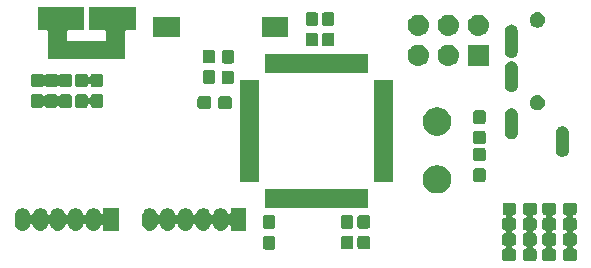
<source format=gbs>
G04 #@! TF.GenerationSoftware,KiCad,Pcbnew,(5.0.2)-1*
G04 #@! TF.CreationDate,2020-04-01T19:52:44+09:00*
G04 #@! TF.ProjectId,controller,636f6e74-726f-46c6-9c65-722e6b696361,rev?*
G04 #@! TF.SameCoordinates,Original*
G04 #@! TF.FileFunction,Soldermask,Bot*
G04 #@! TF.FilePolarity,Negative*
%FSLAX46Y46*%
G04 Gerber Fmt 4.6, Leading zero omitted, Abs format (unit mm)*
G04 Created by KiCad (PCBNEW (5.0.2)-1) date 2020/04/01 19:52:44*
%MOMM*%
%LPD*%
G01*
G04 APERTURE LIST*
%ADD10C,0.100000*%
G04 APERTURE END LIST*
D10*
G36*
X95895485Y-66974209D02*
X95932979Y-66985583D01*
X95967543Y-67004058D01*
X95997833Y-67028917D01*
X96022692Y-67059207D01*
X96041167Y-67093771D01*
X96052541Y-67131265D01*
X96056986Y-67176402D01*
X96056986Y-67815126D01*
X96052541Y-67860263D01*
X96041167Y-67897757D01*
X96022692Y-67932321D01*
X95997833Y-67962611D01*
X95967543Y-67987470D01*
X95932979Y-68005945D01*
X95895485Y-68017319D01*
X95844235Y-68022366D01*
X95844249Y-68022507D01*
X95827408Y-68024166D01*
X95803959Y-68031279D01*
X95782348Y-68042830D01*
X95763406Y-68058376D01*
X95747860Y-68077318D01*
X95736309Y-68098929D01*
X95729196Y-68122378D01*
X95726794Y-68146764D01*
X95729196Y-68171150D01*
X95736309Y-68194599D01*
X95747860Y-68216210D01*
X95763406Y-68235152D01*
X95782348Y-68250698D01*
X95803959Y-68262249D01*
X95827408Y-68269362D01*
X95839543Y-68271162D01*
X95870485Y-68274209D01*
X95907979Y-68285583D01*
X95942543Y-68304058D01*
X95972833Y-68328917D01*
X95997692Y-68359207D01*
X96016167Y-68393771D01*
X96027541Y-68431265D01*
X96031986Y-68476402D01*
X96031986Y-69115126D01*
X96027541Y-69160263D01*
X96016167Y-69197757D01*
X95997692Y-69232321D01*
X95972833Y-69262611D01*
X95942543Y-69287470D01*
X95907979Y-69305945D01*
X95870485Y-69317319D01*
X95829389Y-69321366D01*
X95805355Y-69326146D01*
X95782716Y-69335523D01*
X95762341Y-69349137D01*
X95745014Y-69366464D01*
X95731400Y-69386839D01*
X95722023Y-69409478D01*
X95717242Y-69433511D01*
X95717242Y-69458015D01*
X95722022Y-69482049D01*
X95731399Y-69504688D01*
X95745013Y-69525063D01*
X95762340Y-69542390D01*
X95782715Y-69556004D01*
X95805354Y-69565381D01*
X95829389Y-69570162D01*
X95870485Y-69574209D01*
X95907979Y-69585583D01*
X95942543Y-69604058D01*
X95972833Y-69628917D01*
X95997692Y-69659207D01*
X96016167Y-69693771D01*
X96027541Y-69731265D01*
X96031986Y-69776402D01*
X96031986Y-70415126D01*
X96027541Y-70460263D01*
X96016167Y-70497757D01*
X95997692Y-70532321D01*
X95972833Y-70562611D01*
X95942543Y-70587470D01*
X95907979Y-70605945D01*
X95870485Y-70617319D01*
X95829389Y-70621366D01*
X95805355Y-70626146D01*
X95782716Y-70635523D01*
X95762341Y-70649137D01*
X95745014Y-70666464D01*
X95731400Y-70686839D01*
X95722023Y-70709478D01*
X95717242Y-70733511D01*
X95717242Y-70758015D01*
X95722022Y-70782049D01*
X95731399Y-70804688D01*
X95745013Y-70825063D01*
X95762340Y-70842390D01*
X95782715Y-70856004D01*
X95805354Y-70865381D01*
X95829389Y-70870162D01*
X95870485Y-70874209D01*
X95907979Y-70885583D01*
X95942543Y-70904058D01*
X95972833Y-70928917D01*
X95997692Y-70959207D01*
X96016167Y-70993771D01*
X96027541Y-71031265D01*
X96031986Y-71076402D01*
X96031986Y-71715126D01*
X96027541Y-71760263D01*
X96016167Y-71797757D01*
X95997692Y-71832321D01*
X95972833Y-71862611D01*
X95942543Y-71887470D01*
X95907979Y-71905945D01*
X95870485Y-71917319D01*
X95825348Y-71921764D01*
X95086624Y-71921764D01*
X95041487Y-71917319D01*
X95003993Y-71905945D01*
X94969429Y-71887470D01*
X94939139Y-71862611D01*
X94914280Y-71832321D01*
X94895805Y-71797757D01*
X94884431Y-71760263D01*
X94879986Y-71715126D01*
X94879986Y-71076402D01*
X94884431Y-71031265D01*
X94895805Y-70993771D01*
X94914280Y-70959207D01*
X94939139Y-70928917D01*
X94969429Y-70904058D01*
X95003993Y-70885583D01*
X95041487Y-70874209D01*
X95082583Y-70870162D01*
X95106617Y-70865382D01*
X95129256Y-70856005D01*
X95149631Y-70842391D01*
X95166958Y-70825064D01*
X95180572Y-70804689D01*
X95189949Y-70782050D01*
X95194730Y-70758017D01*
X95194730Y-70733513D01*
X95189950Y-70709479D01*
X95180573Y-70686840D01*
X95166959Y-70666465D01*
X95149632Y-70649138D01*
X95129257Y-70635524D01*
X95106618Y-70626147D01*
X95082583Y-70621366D01*
X95041487Y-70617319D01*
X95003993Y-70605945D01*
X94969429Y-70587470D01*
X94939139Y-70562611D01*
X94914280Y-70532321D01*
X94895805Y-70497757D01*
X94884431Y-70460263D01*
X94879986Y-70415126D01*
X94879986Y-69776402D01*
X94884431Y-69731265D01*
X94895805Y-69693771D01*
X94914280Y-69659207D01*
X94939139Y-69628917D01*
X94969429Y-69604058D01*
X95003993Y-69585583D01*
X95041487Y-69574209D01*
X95082583Y-69570162D01*
X95106617Y-69565382D01*
X95129256Y-69556005D01*
X95149631Y-69542391D01*
X95166958Y-69525064D01*
X95180572Y-69504689D01*
X95189949Y-69482050D01*
X95194730Y-69458017D01*
X95194730Y-69433513D01*
X95189950Y-69409479D01*
X95180573Y-69386840D01*
X95166959Y-69366465D01*
X95149632Y-69349138D01*
X95129257Y-69335524D01*
X95106618Y-69326147D01*
X95082583Y-69321366D01*
X95041487Y-69317319D01*
X95003993Y-69305945D01*
X94969429Y-69287470D01*
X94939139Y-69262611D01*
X94914280Y-69232321D01*
X94895805Y-69197757D01*
X94884431Y-69160263D01*
X94879986Y-69115126D01*
X94879986Y-68476402D01*
X94884431Y-68431265D01*
X94895805Y-68393771D01*
X94914280Y-68359207D01*
X94939139Y-68328917D01*
X94969429Y-68304058D01*
X95003993Y-68285583D01*
X95041487Y-68274209D01*
X95092737Y-68269162D01*
X95092723Y-68269021D01*
X95109564Y-68267362D01*
X95133013Y-68260249D01*
X95154624Y-68248698D01*
X95173566Y-68233152D01*
X95189112Y-68214210D01*
X95200663Y-68192599D01*
X95207776Y-68169150D01*
X95210178Y-68144764D01*
X95207776Y-68120378D01*
X95200663Y-68096929D01*
X95189112Y-68075318D01*
X95173566Y-68056376D01*
X95154624Y-68040830D01*
X95133013Y-68029279D01*
X95109564Y-68022166D01*
X95097429Y-68020366D01*
X95066487Y-68017319D01*
X95028993Y-68005945D01*
X94994429Y-67987470D01*
X94964139Y-67962611D01*
X94939280Y-67932321D01*
X94920805Y-67897757D01*
X94909431Y-67860263D01*
X94904986Y-67815126D01*
X94904986Y-67176402D01*
X94909431Y-67131265D01*
X94920805Y-67093771D01*
X94939280Y-67059207D01*
X94964139Y-67028917D01*
X94994429Y-67004058D01*
X95028993Y-66985583D01*
X95066487Y-66974209D01*
X95111624Y-66969764D01*
X95850348Y-66969764D01*
X95895485Y-66974209D01*
X95895485Y-66974209D01*
G37*
G36*
X97520485Y-66974209D02*
X97557979Y-66985583D01*
X97592543Y-67004058D01*
X97622833Y-67028917D01*
X97647692Y-67059207D01*
X97666167Y-67093771D01*
X97677541Y-67131265D01*
X97681986Y-67176402D01*
X97681986Y-67815126D01*
X97677541Y-67860263D01*
X97666167Y-67897757D01*
X97647692Y-67932321D01*
X97622833Y-67962611D01*
X97592543Y-67987470D01*
X97557979Y-68005945D01*
X97520485Y-68017319D01*
X97479389Y-68021366D01*
X97455355Y-68026146D01*
X97432716Y-68035523D01*
X97412341Y-68049137D01*
X97395014Y-68066464D01*
X97381400Y-68086839D01*
X97372023Y-68109478D01*
X97367242Y-68133511D01*
X97367242Y-68158015D01*
X97372022Y-68182049D01*
X97381399Y-68204688D01*
X97395013Y-68225063D01*
X97412340Y-68242390D01*
X97432715Y-68256004D01*
X97455354Y-68265381D01*
X97479389Y-68270162D01*
X97520485Y-68274209D01*
X97557979Y-68285583D01*
X97592543Y-68304058D01*
X97622833Y-68328917D01*
X97647692Y-68359207D01*
X97666167Y-68393771D01*
X97677541Y-68431265D01*
X97681986Y-68476402D01*
X97681986Y-69115126D01*
X97677541Y-69160263D01*
X97666167Y-69197757D01*
X97647692Y-69232321D01*
X97622833Y-69262611D01*
X97592543Y-69287470D01*
X97557979Y-69305945D01*
X97520485Y-69317319D01*
X97479389Y-69321366D01*
X97455355Y-69326146D01*
X97432716Y-69335523D01*
X97412341Y-69349137D01*
X97395014Y-69366464D01*
X97381400Y-69386839D01*
X97372023Y-69409478D01*
X97367242Y-69433511D01*
X97367242Y-69458015D01*
X97372022Y-69482049D01*
X97381399Y-69504688D01*
X97395013Y-69525063D01*
X97412340Y-69542390D01*
X97432715Y-69556004D01*
X97455354Y-69565381D01*
X97479389Y-69570162D01*
X97520485Y-69574209D01*
X97557979Y-69585583D01*
X97592543Y-69604058D01*
X97622833Y-69628917D01*
X97647692Y-69659207D01*
X97666167Y-69693771D01*
X97677541Y-69731265D01*
X97681986Y-69776402D01*
X97681986Y-70415126D01*
X97677541Y-70460263D01*
X97666167Y-70497757D01*
X97647692Y-70532321D01*
X97622833Y-70562611D01*
X97592543Y-70587470D01*
X97557979Y-70605945D01*
X97520485Y-70617319D01*
X97479389Y-70621366D01*
X97455355Y-70626146D01*
X97432716Y-70635523D01*
X97412341Y-70649137D01*
X97395014Y-70666464D01*
X97381400Y-70686839D01*
X97372023Y-70709478D01*
X97367242Y-70733511D01*
X97367242Y-70758015D01*
X97372022Y-70782049D01*
X97381399Y-70804688D01*
X97395013Y-70825063D01*
X97412340Y-70842390D01*
X97432715Y-70856004D01*
X97455354Y-70865381D01*
X97479389Y-70870162D01*
X97520485Y-70874209D01*
X97557979Y-70885583D01*
X97592543Y-70904058D01*
X97622833Y-70928917D01*
X97647692Y-70959207D01*
X97666167Y-70993771D01*
X97677541Y-71031265D01*
X97681986Y-71076402D01*
X97681986Y-71715126D01*
X97677541Y-71760263D01*
X97666167Y-71797757D01*
X97647692Y-71832321D01*
X97622833Y-71862611D01*
X97592543Y-71887470D01*
X97557979Y-71905945D01*
X97520485Y-71917319D01*
X97475348Y-71921764D01*
X96736624Y-71921764D01*
X96691487Y-71917319D01*
X96653993Y-71905945D01*
X96619429Y-71887470D01*
X96589139Y-71862611D01*
X96564280Y-71832321D01*
X96545805Y-71797757D01*
X96534431Y-71760263D01*
X96529986Y-71715126D01*
X96529986Y-71076402D01*
X96534431Y-71031265D01*
X96545805Y-70993771D01*
X96564280Y-70959207D01*
X96589139Y-70928917D01*
X96619429Y-70904058D01*
X96653993Y-70885583D01*
X96691487Y-70874209D01*
X96732583Y-70870162D01*
X96756617Y-70865382D01*
X96779256Y-70856005D01*
X96799631Y-70842391D01*
X96816958Y-70825064D01*
X96830572Y-70804689D01*
X96839949Y-70782050D01*
X96844730Y-70758017D01*
X96844730Y-70733513D01*
X96839950Y-70709479D01*
X96830573Y-70686840D01*
X96816959Y-70666465D01*
X96799632Y-70649138D01*
X96779257Y-70635524D01*
X96756618Y-70626147D01*
X96732583Y-70621366D01*
X96691487Y-70617319D01*
X96653993Y-70605945D01*
X96619429Y-70587470D01*
X96589139Y-70562611D01*
X96564280Y-70532321D01*
X96545805Y-70497757D01*
X96534431Y-70460263D01*
X96529986Y-70415126D01*
X96529986Y-69776402D01*
X96534431Y-69731265D01*
X96545805Y-69693771D01*
X96564280Y-69659207D01*
X96589139Y-69628917D01*
X96619429Y-69604058D01*
X96653993Y-69585583D01*
X96691487Y-69574209D01*
X96732583Y-69570162D01*
X96756617Y-69565382D01*
X96779256Y-69556005D01*
X96799631Y-69542391D01*
X96816958Y-69525064D01*
X96830572Y-69504689D01*
X96839949Y-69482050D01*
X96844730Y-69458017D01*
X96844730Y-69433513D01*
X96839950Y-69409479D01*
X96830573Y-69386840D01*
X96816959Y-69366465D01*
X96799632Y-69349138D01*
X96779257Y-69335524D01*
X96756618Y-69326147D01*
X96732583Y-69321366D01*
X96691487Y-69317319D01*
X96653993Y-69305945D01*
X96619429Y-69287470D01*
X96589139Y-69262611D01*
X96564280Y-69232321D01*
X96545805Y-69197757D01*
X96534431Y-69160263D01*
X96529986Y-69115126D01*
X96529986Y-68476402D01*
X96534431Y-68431265D01*
X96545805Y-68393771D01*
X96564280Y-68359207D01*
X96589139Y-68328917D01*
X96619429Y-68304058D01*
X96653993Y-68285583D01*
X96691487Y-68274209D01*
X96732583Y-68270162D01*
X96756617Y-68265382D01*
X96779256Y-68256005D01*
X96799631Y-68242391D01*
X96816958Y-68225064D01*
X96830572Y-68204689D01*
X96839949Y-68182050D01*
X96844730Y-68158017D01*
X96844730Y-68133513D01*
X96839950Y-68109479D01*
X96830573Y-68086840D01*
X96816959Y-68066465D01*
X96799632Y-68049138D01*
X96779257Y-68035524D01*
X96756618Y-68026147D01*
X96732583Y-68021366D01*
X96691487Y-68017319D01*
X96653993Y-68005945D01*
X96619429Y-67987470D01*
X96589139Y-67962611D01*
X96564280Y-67932321D01*
X96545805Y-67897757D01*
X96534431Y-67860263D01*
X96529986Y-67815126D01*
X96529986Y-67176402D01*
X96534431Y-67131265D01*
X96545805Y-67093771D01*
X96564280Y-67059207D01*
X96589139Y-67028917D01*
X96619429Y-67004058D01*
X96653993Y-66985583D01*
X96691487Y-66974209D01*
X96736624Y-66969764D01*
X97475348Y-66969764D01*
X97520485Y-66974209D01*
X97520485Y-66974209D01*
G37*
G36*
X99270485Y-66974209D02*
X99307979Y-66985583D01*
X99342543Y-67004058D01*
X99372833Y-67028917D01*
X99397692Y-67059207D01*
X99416167Y-67093771D01*
X99427541Y-67131265D01*
X99431986Y-67176402D01*
X99431986Y-67815126D01*
X99427541Y-67860263D01*
X99416167Y-67897757D01*
X99397692Y-67932321D01*
X99372833Y-67962611D01*
X99342543Y-67987470D01*
X99307979Y-68005945D01*
X99270485Y-68017319D01*
X99229389Y-68021366D01*
X99205355Y-68026146D01*
X99182716Y-68035523D01*
X99162341Y-68049137D01*
X99145014Y-68066464D01*
X99131400Y-68086839D01*
X99122023Y-68109478D01*
X99117242Y-68133511D01*
X99117242Y-68158015D01*
X99122022Y-68182049D01*
X99131399Y-68204688D01*
X99145013Y-68225063D01*
X99162340Y-68242390D01*
X99182715Y-68256004D01*
X99205354Y-68265381D01*
X99229389Y-68270162D01*
X99270485Y-68274209D01*
X99307979Y-68285583D01*
X99342543Y-68304058D01*
X99372833Y-68328917D01*
X99397692Y-68359207D01*
X99416167Y-68393771D01*
X99427541Y-68431265D01*
X99431986Y-68476402D01*
X99431986Y-69115126D01*
X99427541Y-69160263D01*
X99416167Y-69197757D01*
X99397692Y-69232321D01*
X99372833Y-69262611D01*
X99342543Y-69287470D01*
X99307979Y-69305945D01*
X99270485Y-69317319D01*
X99229389Y-69321366D01*
X99205355Y-69326146D01*
X99182716Y-69335523D01*
X99162341Y-69349137D01*
X99145014Y-69366464D01*
X99131400Y-69386839D01*
X99122023Y-69409478D01*
X99117242Y-69433511D01*
X99117242Y-69458015D01*
X99122022Y-69482049D01*
X99131399Y-69504688D01*
X99145013Y-69525063D01*
X99162340Y-69542390D01*
X99182715Y-69556004D01*
X99205354Y-69565381D01*
X99229389Y-69570162D01*
X99270485Y-69574209D01*
X99307979Y-69585583D01*
X99342543Y-69604058D01*
X99372833Y-69628917D01*
X99397692Y-69659207D01*
X99416167Y-69693771D01*
X99427541Y-69731265D01*
X99431986Y-69776402D01*
X99431986Y-70415126D01*
X99427541Y-70460263D01*
X99416167Y-70497757D01*
X99397692Y-70532321D01*
X99372833Y-70562611D01*
X99342543Y-70587470D01*
X99307979Y-70605945D01*
X99270485Y-70617319D01*
X99229389Y-70621366D01*
X99205355Y-70626146D01*
X99182716Y-70635523D01*
X99162341Y-70649137D01*
X99145014Y-70666464D01*
X99131400Y-70686839D01*
X99122023Y-70709478D01*
X99117242Y-70733511D01*
X99117242Y-70758015D01*
X99122022Y-70782049D01*
X99131399Y-70804688D01*
X99145013Y-70825063D01*
X99162340Y-70842390D01*
X99182715Y-70856004D01*
X99205354Y-70865381D01*
X99229389Y-70870162D01*
X99270485Y-70874209D01*
X99307979Y-70885583D01*
X99342543Y-70904058D01*
X99372833Y-70928917D01*
X99397692Y-70959207D01*
X99416167Y-70993771D01*
X99427541Y-71031265D01*
X99431986Y-71076402D01*
X99431986Y-71715126D01*
X99427541Y-71760263D01*
X99416167Y-71797757D01*
X99397692Y-71832321D01*
X99372833Y-71862611D01*
X99342543Y-71887470D01*
X99307979Y-71905945D01*
X99270485Y-71917319D01*
X99225348Y-71921764D01*
X98486624Y-71921764D01*
X98441487Y-71917319D01*
X98403993Y-71905945D01*
X98369429Y-71887470D01*
X98339139Y-71862611D01*
X98314280Y-71832321D01*
X98295805Y-71797757D01*
X98284431Y-71760263D01*
X98279986Y-71715126D01*
X98279986Y-71076402D01*
X98284431Y-71031265D01*
X98295805Y-70993771D01*
X98314280Y-70959207D01*
X98339139Y-70928917D01*
X98369429Y-70904058D01*
X98403993Y-70885583D01*
X98441487Y-70874209D01*
X98482583Y-70870162D01*
X98506617Y-70865382D01*
X98529256Y-70856005D01*
X98549631Y-70842391D01*
X98566958Y-70825064D01*
X98580572Y-70804689D01*
X98589949Y-70782050D01*
X98594730Y-70758017D01*
X98594730Y-70733513D01*
X98589950Y-70709479D01*
X98580573Y-70686840D01*
X98566959Y-70666465D01*
X98549632Y-70649138D01*
X98529257Y-70635524D01*
X98506618Y-70626147D01*
X98482583Y-70621366D01*
X98441487Y-70617319D01*
X98403993Y-70605945D01*
X98369429Y-70587470D01*
X98339139Y-70562611D01*
X98314280Y-70532321D01*
X98295805Y-70497757D01*
X98284431Y-70460263D01*
X98279986Y-70415126D01*
X98279986Y-69776402D01*
X98284431Y-69731265D01*
X98295805Y-69693771D01*
X98314280Y-69659207D01*
X98339139Y-69628917D01*
X98369429Y-69604058D01*
X98403993Y-69585583D01*
X98441487Y-69574209D01*
X98482583Y-69570162D01*
X98506617Y-69565382D01*
X98529256Y-69556005D01*
X98549631Y-69542391D01*
X98566958Y-69525064D01*
X98580572Y-69504689D01*
X98589949Y-69482050D01*
X98594730Y-69458017D01*
X98594730Y-69433513D01*
X98589950Y-69409479D01*
X98580573Y-69386840D01*
X98566959Y-69366465D01*
X98549632Y-69349138D01*
X98529257Y-69335524D01*
X98506618Y-69326147D01*
X98482583Y-69321366D01*
X98441487Y-69317319D01*
X98403993Y-69305945D01*
X98369429Y-69287470D01*
X98339139Y-69262611D01*
X98314280Y-69232321D01*
X98295805Y-69197757D01*
X98284431Y-69160263D01*
X98279986Y-69115126D01*
X98279986Y-68476402D01*
X98284431Y-68431265D01*
X98295805Y-68393771D01*
X98314280Y-68359207D01*
X98339139Y-68328917D01*
X98369429Y-68304058D01*
X98403993Y-68285583D01*
X98441487Y-68274209D01*
X98482583Y-68270162D01*
X98506617Y-68265382D01*
X98529256Y-68256005D01*
X98549631Y-68242391D01*
X98566958Y-68225064D01*
X98580572Y-68204689D01*
X98589949Y-68182050D01*
X98594730Y-68158017D01*
X98594730Y-68133513D01*
X98589950Y-68109479D01*
X98580573Y-68086840D01*
X98566959Y-68066465D01*
X98549632Y-68049138D01*
X98529257Y-68035524D01*
X98506618Y-68026147D01*
X98482583Y-68021366D01*
X98441487Y-68017319D01*
X98403993Y-68005945D01*
X98369429Y-67987470D01*
X98339139Y-67962611D01*
X98314280Y-67932321D01*
X98295805Y-67897757D01*
X98284431Y-67860263D01*
X98279986Y-67815126D01*
X98279986Y-67176402D01*
X98284431Y-67131265D01*
X98295805Y-67093771D01*
X98314280Y-67059207D01*
X98339139Y-67028917D01*
X98369429Y-67004058D01*
X98403993Y-66985583D01*
X98441487Y-66974209D01*
X98486624Y-66969764D01*
X99225348Y-66969764D01*
X99270485Y-66974209D01*
X99270485Y-66974209D01*
G37*
G36*
X94145485Y-66974209D02*
X94182979Y-66985583D01*
X94217543Y-67004058D01*
X94247833Y-67028917D01*
X94272692Y-67059207D01*
X94291167Y-67093771D01*
X94302541Y-67131265D01*
X94306986Y-67176402D01*
X94306986Y-67815126D01*
X94302541Y-67860263D01*
X94291167Y-67897757D01*
X94272692Y-67932321D01*
X94247833Y-67962611D01*
X94217543Y-67987470D01*
X94182979Y-68005945D01*
X94145485Y-68017319D01*
X94094235Y-68022366D01*
X94094249Y-68022507D01*
X94077408Y-68024166D01*
X94053959Y-68031279D01*
X94032348Y-68042830D01*
X94013406Y-68058376D01*
X93997860Y-68077318D01*
X93986309Y-68098929D01*
X93979196Y-68122378D01*
X93976794Y-68146764D01*
X93979196Y-68171150D01*
X93986309Y-68194599D01*
X93997860Y-68216210D01*
X94013406Y-68235152D01*
X94032348Y-68250698D01*
X94053959Y-68262249D01*
X94077408Y-68269362D01*
X94089543Y-68271162D01*
X94120485Y-68274209D01*
X94157979Y-68285583D01*
X94192543Y-68304058D01*
X94222833Y-68328917D01*
X94247692Y-68359207D01*
X94266167Y-68393771D01*
X94277541Y-68431265D01*
X94281986Y-68476402D01*
X94281986Y-69115126D01*
X94277541Y-69160263D01*
X94266167Y-69197757D01*
X94247692Y-69232321D01*
X94222833Y-69262611D01*
X94192543Y-69287470D01*
X94157979Y-69305945D01*
X94120485Y-69317319D01*
X94079389Y-69321366D01*
X94055355Y-69326146D01*
X94032716Y-69335523D01*
X94012341Y-69349137D01*
X93995014Y-69366464D01*
X93981400Y-69386839D01*
X93972023Y-69409478D01*
X93967242Y-69433511D01*
X93967242Y-69458015D01*
X93972022Y-69482049D01*
X93981399Y-69504688D01*
X93995013Y-69525063D01*
X94012340Y-69542390D01*
X94032715Y-69556004D01*
X94055354Y-69565381D01*
X94079389Y-69570162D01*
X94120485Y-69574209D01*
X94157979Y-69585583D01*
X94192543Y-69604058D01*
X94222833Y-69628917D01*
X94247692Y-69659207D01*
X94266167Y-69693771D01*
X94277541Y-69731265D01*
X94281986Y-69776402D01*
X94281986Y-70415126D01*
X94277541Y-70460263D01*
X94266167Y-70497757D01*
X94247692Y-70532321D01*
X94222833Y-70562611D01*
X94192543Y-70587470D01*
X94157979Y-70605945D01*
X94120485Y-70617319D01*
X94079389Y-70621366D01*
X94055355Y-70626146D01*
X94032716Y-70635523D01*
X94012341Y-70649137D01*
X93995014Y-70666464D01*
X93981400Y-70686839D01*
X93972023Y-70709478D01*
X93967242Y-70733511D01*
X93967242Y-70758015D01*
X93972022Y-70782049D01*
X93981399Y-70804688D01*
X93995013Y-70825063D01*
X94012340Y-70842390D01*
X94032715Y-70856004D01*
X94055354Y-70865381D01*
X94079389Y-70870162D01*
X94120485Y-70874209D01*
X94157979Y-70885583D01*
X94192543Y-70904058D01*
X94222833Y-70928917D01*
X94247692Y-70959207D01*
X94266167Y-70993771D01*
X94277541Y-71031265D01*
X94281986Y-71076402D01*
X94281986Y-71715126D01*
X94277541Y-71760263D01*
X94266167Y-71797757D01*
X94247692Y-71832321D01*
X94222833Y-71862611D01*
X94192543Y-71887470D01*
X94157979Y-71905945D01*
X94120485Y-71917319D01*
X94075348Y-71921764D01*
X93336624Y-71921764D01*
X93291487Y-71917319D01*
X93253993Y-71905945D01*
X93219429Y-71887470D01*
X93189139Y-71862611D01*
X93164280Y-71832321D01*
X93145805Y-71797757D01*
X93134431Y-71760263D01*
X93129986Y-71715126D01*
X93129986Y-71076402D01*
X93134431Y-71031265D01*
X93145805Y-70993771D01*
X93164280Y-70959207D01*
X93189139Y-70928917D01*
X93219429Y-70904058D01*
X93253993Y-70885583D01*
X93291487Y-70874209D01*
X93332583Y-70870162D01*
X93356617Y-70865382D01*
X93379256Y-70856005D01*
X93399631Y-70842391D01*
X93416958Y-70825064D01*
X93430572Y-70804689D01*
X93439949Y-70782050D01*
X93444730Y-70758017D01*
X93444730Y-70733513D01*
X93439950Y-70709479D01*
X93430573Y-70686840D01*
X93416959Y-70666465D01*
X93399632Y-70649138D01*
X93379257Y-70635524D01*
X93356618Y-70626147D01*
X93332583Y-70621366D01*
X93291487Y-70617319D01*
X93253993Y-70605945D01*
X93219429Y-70587470D01*
X93189139Y-70562611D01*
X93164280Y-70532321D01*
X93145805Y-70497757D01*
X93134431Y-70460263D01*
X93129986Y-70415126D01*
X93129986Y-69776402D01*
X93134431Y-69731265D01*
X93145805Y-69693771D01*
X93164280Y-69659207D01*
X93189139Y-69628917D01*
X93219429Y-69604058D01*
X93253993Y-69585583D01*
X93291487Y-69574209D01*
X93332583Y-69570162D01*
X93356617Y-69565382D01*
X93379256Y-69556005D01*
X93399631Y-69542391D01*
X93416958Y-69525064D01*
X93430572Y-69504689D01*
X93439949Y-69482050D01*
X93444730Y-69458017D01*
X93444730Y-69433513D01*
X93439950Y-69409479D01*
X93430573Y-69386840D01*
X93416959Y-69366465D01*
X93399632Y-69349138D01*
X93379257Y-69335524D01*
X93356618Y-69326147D01*
X93332583Y-69321366D01*
X93291487Y-69317319D01*
X93253993Y-69305945D01*
X93219429Y-69287470D01*
X93189139Y-69262611D01*
X93164280Y-69232321D01*
X93145805Y-69197757D01*
X93134431Y-69160263D01*
X93129986Y-69115126D01*
X93129986Y-68476402D01*
X93134431Y-68431265D01*
X93145805Y-68393771D01*
X93164280Y-68359207D01*
X93189139Y-68328917D01*
X93219429Y-68304058D01*
X93253993Y-68285583D01*
X93291487Y-68274209D01*
X93342737Y-68269162D01*
X93342723Y-68269021D01*
X93359564Y-68267362D01*
X93383013Y-68260249D01*
X93404624Y-68248698D01*
X93423566Y-68233152D01*
X93439112Y-68214210D01*
X93450663Y-68192599D01*
X93457776Y-68169150D01*
X93460178Y-68144764D01*
X93457776Y-68120378D01*
X93450663Y-68096929D01*
X93439112Y-68075318D01*
X93423566Y-68056376D01*
X93404624Y-68040830D01*
X93383013Y-68029279D01*
X93359564Y-68022166D01*
X93347429Y-68020366D01*
X93316487Y-68017319D01*
X93278993Y-68005945D01*
X93244429Y-67987470D01*
X93214139Y-67962611D01*
X93189280Y-67932321D01*
X93170805Y-67897757D01*
X93159431Y-67860263D01*
X93154986Y-67815126D01*
X93154986Y-67176402D01*
X93159431Y-67131265D01*
X93170805Y-67093771D01*
X93189280Y-67059207D01*
X93214139Y-67028917D01*
X93244429Y-67004058D01*
X93278993Y-66985583D01*
X93316487Y-66974209D01*
X93361624Y-66969764D01*
X94100348Y-66969764D01*
X94145485Y-66974209D01*
X94145485Y-66974209D01*
G37*
G36*
X73764499Y-69803445D02*
X73801993Y-69814819D01*
X73836557Y-69833294D01*
X73866847Y-69858153D01*
X73891706Y-69888443D01*
X73910181Y-69923007D01*
X73921555Y-69960501D01*
X73926000Y-70005638D01*
X73926000Y-70744362D01*
X73921555Y-70789499D01*
X73910181Y-70826993D01*
X73891706Y-70861557D01*
X73866847Y-70891847D01*
X73836557Y-70916706D01*
X73801993Y-70935181D01*
X73764499Y-70946555D01*
X73719362Y-70951000D01*
X73080638Y-70951000D01*
X73035501Y-70946555D01*
X72998007Y-70935181D01*
X72963443Y-70916706D01*
X72933153Y-70891847D01*
X72908294Y-70861557D01*
X72889819Y-70826993D01*
X72878445Y-70789499D01*
X72874000Y-70744362D01*
X72874000Y-70005638D01*
X72878445Y-69960501D01*
X72889819Y-69923007D01*
X72908294Y-69888443D01*
X72933153Y-69858153D01*
X72963443Y-69833294D01*
X72998007Y-69814819D01*
X73035501Y-69803445D01*
X73080638Y-69799000D01*
X73719362Y-69799000D01*
X73764499Y-69803445D01*
X73764499Y-69803445D01*
G37*
G36*
X81764499Y-69778445D02*
X81801993Y-69789819D01*
X81836557Y-69808294D01*
X81866847Y-69833153D01*
X81891706Y-69863443D01*
X81910181Y-69898007D01*
X81921555Y-69935501D01*
X81926000Y-69980638D01*
X81926000Y-70719362D01*
X81921555Y-70764499D01*
X81910181Y-70801993D01*
X81891706Y-70836557D01*
X81866847Y-70866847D01*
X81836557Y-70891706D01*
X81801993Y-70910181D01*
X81764499Y-70921555D01*
X81719362Y-70926000D01*
X81080638Y-70926000D01*
X81035501Y-70921555D01*
X80998007Y-70910181D01*
X80963443Y-70891706D01*
X80933153Y-70866847D01*
X80908294Y-70836557D01*
X80889819Y-70801993D01*
X80878445Y-70764499D01*
X80874000Y-70719362D01*
X80874000Y-69980638D01*
X80878445Y-69935501D01*
X80889819Y-69898007D01*
X80908294Y-69863443D01*
X80933153Y-69833153D01*
X80963443Y-69808294D01*
X80998007Y-69789819D01*
X81035501Y-69778445D01*
X81080638Y-69774000D01*
X81719362Y-69774000D01*
X81764499Y-69778445D01*
X81764499Y-69778445D01*
G37*
G36*
X80364499Y-69778445D02*
X80401993Y-69789819D01*
X80436557Y-69808294D01*
X80466847Y-69833153D01*
X80491706Y-69863443D01*
X80510181Y-69898007D01*
X80521555Y-69935501D01*
X80526000Y-69980638D01*
X80526000Y-70719362D01*
X80521555Y-70764499D01*
X80510181Y-70801993D01*
X80491706Y-70836557D01*
X80466847Y-70866847D01*
X80436557Y-70891706D01*
X80401993Y-70910181D01*
X80364499Y-70921555D01*
X80319362Y-70926000D01*
X79680638Y-70926000D01*
X79635501Y-70921555D01*
X79598007Y-70910181D01*
X79563443Y-70891706D01*
X79533153Y-70866847D01*
X79508294Y-70836557D01*
X79489819Y-70801993D01*
X79478445Y-70764499D01*
X79474000Y-70719362D01*
X79474000Y-69980638D01*
X79478445Y-69935501D01*
X79489819Y-69898007D01*
X79508294Y-69863443D01*
X79533153Y-69833153D01*
X79563443Y-69808294D01*
X79598007Y-69789819D01*
X79635501Y-69778445D01*
X79680638Y-69774000D01*
X80319362Y-69774000D01*
X80364499Y-69778445D01*
X80364499Y-69778445D01*
G37*
G36*
X58627618Y-67458420D02*
X58709427Y-67483237D01*
X58750333Y-67495645D01*
X58850491Y-67549181D01*
X58863426Y-67556095D01*
X58962553Y-67637447D01*
X59043905Y-67736574D01*
X59043906Y-67736576D01*
X59104355Y-67849667D01*
X59104382Y-67849757D01*
X59113760Y-67872396D01*
X59127374Y-67892771D01*
X59144701Y-67910098D01*
X59165075Y-67923712D01*
X59187714Y-67933089D01*
X59211748Y-67937870D01*
X59236252Y-67937870D01*
X59260285Y-67933090D01*
X59282924Y-67923712D01*
X59303299Y-67910098D01*
X59320626Y-67892771D01*
X59334240Y-67872397D01*
X59343617Y-67849758D01*
X59348398Y-67825724D01*
X59349000Y-67813472D01*
X59349000Y-67449000D01*
X60651000Y-67449000D01*
X60651000Y-69351000D01*
X59349000Y-69351000D01*
X59349000Y-68986528D01*
X59346598Y-68962142D01*
X59339485Y-68938693D01*
X59327934Y-68917082D01*
X59312388Y-68898140D01*
X59293446Y-68882594D01*
X59271835Y-68871043D01*
X59248386Y-68863930D01*
X59224000Y-68861528D01*
X59199614Y-68863930D01*
X59176165Y-68871043D01*
X59154554Y-68882594D01*
X59135612Y-68898140D01*
X59120066Y-68917082D01*
X59108515Y-68938693D01*
X59104382Y-68950243D01*
X59104355Y-68950333D01*
X59070513Y-69013646D01*
X59043905Y-69063426D01*
X58962553Y-69162553D01*
X58962551Y-69162555D01*
X58896468Y-69216788D01*
X58863425Y-69243905D01*
X58810782Y-69272043D01*
X58750332Y-69304355D01*
X58709599Y-69316711D01*
X58627617Y-69341580D01*
X58500000Y-69354149D01*
X58372382Y-69341580D01*
X58290400Y-69316711D01*
X58249667Y-69304355D01*
X58136576Y-69243906D01*
X58136574Y-69243905D01*
X58037447Y-69162553D01*
X58035568Y-69160263D01*
X57956096Y-69063426D01*
X57956095Y-69063424D01*
X57916479Y-68989309D01*
X57895645Y-68950332D01*
X57869618Y-68864531D01*
X57860240Y-68841892D01*
X57846626Y-68821517D01*
X57829299Y-68804190D01*
X57808925Y-68790576D01*
X57786286Y-68781199D01*
X57762252Y-68776418D01*
X57737748Y-68776418D01*
X57713715Y-68781198D01*
X57691076Y-68790576D01*
X57670701Y-68804190D01*
X57653374Y-68821517D01*
X57639760Y-68841891D01*
X57630384Y-68864526D01*
X57628407Y-68871043D01*
X57604355Y-68950333D01*
X57570513Y-69013646D01*
X57543905Y-69063426D01*
X57462553Y-69162553D01*
X57462551Y-69162555D01*
X57396468Y-69216788D01*
X57363425Y-69243905D01*
X57310782Y-69272043D01*
X57250332Y-69304355D01*
X57209599Y-69316711D01*
X57127617Y-69341580D01*
X57000000Y-69354149D01*
X56872382Y-69341580D01*
X56790400Y-69316711D01*
X56749667Y-69304355D01*
X56636576Y-69243906D01*
X56636574Y-69243905D01*
X56537447Y-69162553D01*
X56535568Y-69160263D01*
X56456096Y-69063426D01*
X56456095Y-69063424D01*
X56416479Y-68989309D01*
X56395645Y-68950332D01*
X56369618Y-68864531D01*
X56360240Y-68841892D01*
X56346626Y-68821517D01*
X56329299Y-68804190D01*
X56308925Y-68790576D01*
X56286286Y-68781199D01*
X56262252Y-68776418D01*
X56237748Y-68776418D01*
X56213715Y-68781198D01*
X56191076Y-68790576D01*
X56170701Y-68804190D01*
X56153374Y-68821517D01*
X56139760Y-68841891D01*
X56130384Y-68864526D01*
X56128407Y-68871043D01*
X56104355Y-68950333D01*
X56070513Y-69013646D01*
X56043905Y-69063426D01*
X55962553Y-69162553D01*
X55962551Y-69162555D01*
X55896468Y-69216788D01*
X55863425Y-69243905D01*
X55810782Y-69272043D01*
X55750332Y-69304355D01*
X55709599Y-69316711D01*
X55627617Y-69341580D01*
X55500000Y-69354149D01*
X55372382Y-69341580D01*
X55290400Y-69316711D01*
X55249667Y-69304355D01*
X55136576Y-69243906D01*
X55136574Y-69243905D01*
X55037447Y-69162553D01*
X55035568Y-69160263D01*
X54956096Y-69063426D01*
X54956095Y-69063424D01*
X54916479Y-68989309D01*
X54895645Y-68950332D01*
X54869618Y-68864531D01*
X54860240Y-68841892D01*
X54846626Y-68821517D01*
X54829299Y-68804190D01*
X54808925Y-68790576D01*
X54786286Y-68781199D01*
X54762252Y-68776418D01*
X54737748Y-68776418D01*
X54713715Y-68781198D01*
X54691076Y-68790576D01*
X54670701Y-68804190D01*
X54653374Y-68821517D01*
X54639760Y-68841891D01*
X54630384Y-68864526D01*
X54628407Y-68871043D01*
X54604355Y-68950333D01*
X54570513Y-69013646D01*
X54543905Y-69063426D01*
X54462553Y-69162553D01*
X54462551Y-69162555D01*
X54396468Y-69216788D01*
X54363425Y-69243905D01*
X54310782Y-69272043D01*
X54250332Y-69304355D01*
X54209599Y-69316711D01*
X54127617Y-69341580D01*
X54000000Y-69354149D01*
X53872382Y-69341580D01*
X53790400Y-69316711D01*
X53749667Y-69304355D01*
X53636576Y-69243906D01*
X53636574Y-69243905D01*
X53537447Y-69162553D01*
X53535568Y-69160263D01*
X53456096Y-69063426D01*
X53456095Y-69063424D01*
X53416479Y-68989309D01*
X53395645Y-68950332D01*
X53369618Y-68864531D01*
X53360240Y-68841892D01*
X53346626Y-68821517D01*
X53329299Y-68804190D01*
X53308925Y-68790576D01*
X53286286Y-68781199D01*
X53262252Y-68776418D01*
X53237748Y-68776418D01*
X53213715Y-68781198D01*
X53191076Y-68790576D01*
X53170701Y-68804190D01*
X53153374Y-68821517D01*
X53139760Y-68841891D01*
X53130384Y-68864526D01*
X53128407Y-68871043D01*
X53104355Y-68950333D01*
X53070513Y-69013646D01*
X53043905Y-69063426D01*
X52962553Y-69162553D01*
X52962551Y-69162555D01*
X52896468Y-69216788D01*
X52863425Y-69243905D01*
X52810782Y-69272043D01*
X52750332Y-69304355D01*
X52709599Y-69316711D01*
X52627617Y-69341580D01*
X52500000Y-69354149D01*
X52372382Y-69341580D01*
X52290400Y-69316711D01*
X52249667Y-69304355D01*
X52136576Y-69243906D01*
X52136574Y-69243905D01*
X52037447Y-69162553D01*
X52035568Y-69160263D01*
X51956096Y-69063426D01*
X51956095Y-69063424D01*
X51916479Y-68989309D01*
X51895645Y-68950332D01*
X51869618Y-68864531D01*
X51858420Y-68827617D01*
X51849000Y-68731972D01*
X51849000Y-68068027D01*
X51849951Y-68058376D01*
X51854772Y-68009424D01*
X51858420Y-67972382D01*
X51888750Y-67872397D01*
X51895645Y-67849667D01*
X51956095Y-67736576D01*
X51956096Y-67736574D01*
X52037448Y-67637447D01*
X52136575Y-67556095D01*
X52149510Y-67549181D01*
X52249668Y-67495645D01*
X52290574Y-67483237D01*
X52372383Y-67458420D01*
X52500000Y-67445851D01*
X52627618Y-67458420D01*
X52709427Y-67483237D01*
X52750333Y-67495645D01*
X52850491Y-67549181D01*
X52863426Y-67556095D01*
X52962553Y-67637447D01*
X53043905Y-67736574D01*
X53043906Y-67736576D01*
X53104355Y-67849667D01*
X53111250Y-67872397D01*
X53130384Y-67935474D01*
X53139760Y-67958108D01*
X53153373Y-67978483D01*
X53170700Y-67995810D01*
X53191075Y-68009424D01*
X53213714Y-68018801D01*
X53237747Y-68023582D01*
X53262252Y-68023582D01*
X53286285Y-68018802D01*
X53308924Y-68009424D01*
X53329299Y-67995811D01*
X53346626Y-67978484D01*
X53360240Y-67958109D01*
X53369616Y-67935474D01*
X53388750Y-67872397D01*
X53395645Y-67849667D01*
X53456095Y-67736576D01*
X53456096Y-67736574D01*
X53537448Y-67637447D01*
X53636575Y-67556095D01*
X53649510Y-67549181D01*
X53749668Y-67495645D01*
X53790574Y-67483237D01*
X53872383Y-67458420D01*
X54000000Y-67445851D01*
X54127618Y-67458420D01*
X54209427Y-67483237D01*
X54250333Y-67495645D01*
X54350491Y-67549181D01*
X54363426Y-67556095D01*
X54462553Y-67637447D01*
X54543905Y-67736574D01*
X54543906Y-67736576D01*
X54604355Y-67849667D01*
X54611250Y-67872397D01*
X54630384Y-67935474D01*
X54639760Y-67958108D01*
X54653373Y-67978483D01*
X54670700Y-67995810D01*
X54691075Y-68009424D01*
X54713714Y-68018801D01*
X54737747Y-68023582D01*
X54762252Y-68023582D01*
X54786285Y-68018802D01*
X54808924Y-68009424D01*
X54829299Y-67995811D01*
X54846626Y-67978484D01*
X54860240Y-67958109D01*
X54869616Y-67935474D01*
X54888750Y-67872397D01*
X54895645Y-67849667D01*
X54956095Y-67736576D01*
X54956096Y-67736574D01*
X55037448Y-67637447D01*
X55136575Y-67556095D01*
X55149510Y-67549181D01*
X55249668Y-67495645D01*
X55290574Y-67483237D01*
X55372383Y-67458420D01*
X55500000Y-67445851D01*
X55627618Y-67458420D01*
X55709427Y-67483237D01*
X55750333Y-67495645D01*
X55850491Y-67549181D01*
X55863426Y-67556095D01*
X55962553Y-67637447D01*
X56043905Y-67736574D01*
X56043906Y-67736576D01*
X56104355Y-67849667D01*
X56111250Y-67872397D01*
X56130384Y-67935474D01*
X56139760Y-67958108D01*
X56153373Y-67978483D01*
X56170700Y-67995810D01*
X56191075Y-68009424D01*
X56213714Y-68018801D01*
X56237747Y-68023582D01*
X56262252Y-68023582D01*
X56286285Y-68018802D01*
X56308924Y-68009424D01*
X56329299Y-67995811D01*
X56346626Y-67978484D01*
X56360240Y-67958109D01*
X56369616Y-67935474D01*
X56388750Y-67872397D01*
X56395645Y-67849667D01*
X56456095Y-67736576D01*
X56456096Y-67736574D01*
X56537448Y-67637447D01*
X56636575Y-67556095D01*
X56649510Y-67549181D01*
X56749668Y-67495645D01*
X56790574Y-67483237D01*
X56872383Y-67458420D01*
X57000000Y-67445851D01*
X57127618Y-67458420D01*
X57209427Y-67483237D01*
X57250333Y-67495645D01*
X57350491Y-67549181D01*
X57363426Y-67556095D01*
X57462553Y-67637447D01*
X57543905Y-67736574D01*
X57543906Y-67736576D01*
X57604355Y-67849667D01*
X57611250Y-67872397D01*
X57630384Y-67935474D01*
X57639760Y-67958108D01*
X57653373Y-67978483D01*
X57670700Y-67995810D01*
X57691075Y-68009424D01*
X57713714Y-68018801D01*
X57737747Y-68023582D01*
X57762252Y-68023582D01*
X57786285Y-68018802D01*
X57808924Y-68009424D01*
X57829299Y-67995811D01*
X57846626Y-67978484D01*
X57860240Y-67958109D01*
X57869616Y-67935474D01*
X57888750Y-67872397D01*
X57895645Y-67849667D01*
X57956095Y-67736576D01*
X57956096Y-67736574D01*
X58037448Y-67637447D01*
X58136575Y-67556095D01*
X58149510Y-67549181D01*
X58249668Y-67495645D01*
X58290574Y-67483237D01*
X58372383Y-67458420D01*
X58500000Y-67445851D01*
X58627618Y-67458420D01*
X58627618Y-67458420D01*
G37*
G36*
X69427618Y-67458420D02*
X69509427Y-67483237D01*
X69550333Y-67495645D01*
X69650491Y-67549181D01*
X69663426Y-67556095D01*
X69762553Y-67637447D01*
X69843905Y-67736574D01*
X69843906Y-67736576D01*
X69904355Y-67849667D01*
X69904382Y-67849757D01*
X69913760Y-67872396D01*
X69927374Y-67892771D01*
X69944701Y-67910098D01*
X69965075Y-67923712D01*
X69987714Y-67933089D01*
X70011748Y-67937870D01*
X70036252Y-67937870D01*
X70060285Y-67933090D01*
X70082924Y-67923712D01*
X70103299Y-67910098D01*
X70120626Y-67892771D01*
X70134240Y-67872397D01*
X70143617Y-67849758D01*
X70148398Y-67825724D01*
X70149000Y-67813472D01*
X70149000Y-67449000D01*
X71451000Y-67449000D01*
X71451000Y-69351000D01*
X70149000Y-69351000D01*
X70149000Y-68986528D01*
X70146598Y-68962142D01*
X70139485Y-68938693D01*
X70127934Y-68917082D01*
X70112388Y-68898140D01*
X70093446Y-68882594D01*
X70071835Y-68871043D01*
X70048386Y-68863930D01*
X70024000Y-68861528D01*
X69999614Y-68863930D01*
X69976165Y-68871043D01*
X69954554Y-68882594D01*
X69935612Y-68898140D01*
X69920066Y-68917082D01*
X69908515Y-68938693D01*
X69904382Y-68950243D01*
X69904355Y-68950333D01*
X69870513Y-69013646D01*
X69843905Y-69063426D01*
X69762553Y-69162553D01*
X69762551Y-69162555D01*
X69696468Y-69216788D01*
X69663425Y-69243905D01*
X69610782Y-69272043D01*
X69550332Y-69304355D01*
X69509599Y-69316711D01*
X69427617Y-69341580D01*
X69300000Y-69354149D01*
X69172382Y-69341580D01*
X69090400Y-69316711D01*
X69049667Y-69304355D01*
X68936576Y-69243906D01*
X68936574Y-69243905D01*
X68837447Y-69162553D01*
X68835568Y-69160263D01*
X68756096Y-69063426D01*
X68756095Y-69063424D01*
X68716479Y-68989309D01*
X68695645Y-68950332D01*
X68669618Y-68864531D01*
X68660240Y-68841892D01*
X68646626Y-68821517D01*
X68629299Y-68804190D01*
X68608925Y-68790576D01*
X68586286Y-68781199D01*
X68562252Y-68776418D01*
X68537748Y-68776418D01*
X68513715Y-68781198D01*
X68491076Y-68790576D01*
X68470701Y-68804190D01*
X68453374Y-68821517D01*
X68439760Y-68841891D01*
X68430384Y-68864526D01*
X68428407Y-68871043D01*
X68404355Y-68950333D01*
X68370513Y-69013646D01*
X68343905Y-69063426D01*
X68262553Y-69162553D01*
X68262551Y-69162555D01*
X68196468Y-69216788D01*
X68163425Y-69243905D01*
X68110782Y-69272043D01*
X68050332Y-69304355D01*
X68009599Y-69316711D01*
X67927617Y-69341580D01*
X67800000Y-69354149D01*
X67672382Y-69341580D01*
X67590400Y-69316711D01*
X67549667Y-69304355D01*
X67436576Y-69243906D01*
X67436574Y-69243905D01*
X67337447Y-69162553D01*
X67335568Y-69160263D01*
X67256096Y-69063426D01*
X67256095Y-69063424D01*
X67216479Y-68989309D01*
X67195645Y-68950332D01*
X67169618Y-68864531D01*
X67160240Y-68841892D01*
X67146626Y-68821517D01*
X67129299Y-68804190D01*
X67108925Y-68790576D01*
X67086286Y-68781199D01*
X67062252Y-68776418D01*
X67037748Y-68776418D01*
X67013715Y-68781198D01*
X66991076Y-68790576D01*
X66970701Y-68804190D01*
X66953374Y-68821517D01*
X66939760Y-68841891D01*
X66930384Y-68864526D01*
X66928407Y-68871043D01*
X66904355Y-68950333D01*
X66870513Y-69013646D01*
X66843905Y-69063426D01*
X66762553Y-69162553D01*
X66762551Y-69162555D01*
X66696468Y-69216788D01*
X66663425Y-69243905D01*
X66610782Y-69272043D01*
X66550332Y-69304355D01*
X66509599Y-69316711D01*
X66427617Y-69341580D01*
X66300000Y-69354149D01*
X66172382Y-69341580D01*
X66090400Y-69316711D01*
X66049667Y-69304355D01*
X65936576Y-69243906D01*
X65936574Y-69243905D01*
X65837447Y-69162553D01*
X65835568Y-69160263D01*
X65756096Y-69063426D01*
X65756095Y-69063424D01*
X65716479Y-68989309D01*
X65695645Y-68950332D01*
X65669618Y-68864531D01*
X65660240Y-68841892D01*
X65646626Y-68821517D01*
X65629299Y-68804190D01*
X65608925Y-68790576D01*
X65586286Y-68781199D01*
X65562252Y-68776418D01*
X65537748Y-68776418D01*
X65513715Y-68781198D01*
X65491076Y-68790576D01*
X65470701Y-68804190D01*
X65453374Y-68821517D01*
X65439760Y-68841891D01*
X65430384Y-68864526D01*
X65428407Y-68871043D01*
X65404355Y-68950333D01*
X65370513Y-69013646D01*
X65343905Y-69063426D01*
X65262553Y-69162553D01*
X65262551Y-69162555D01*
X65196468Y-69216788D01*
X65163425Y-69243905D01*
X65110782Y-69272043D01*
X65050332Y-69304355D01*
X65009599Y-69316711D01*
X64927617Y-69341580D01*
X64800000Y-69354149D01*
X64672382Y-69341580D01*
X64590400Y-69316711D01*
X64549667Y-69304355D01*
X64436576Y-69243906D01*
X64436574Y-69243905D01*
X64337447Y-69162553D01*
X64335568Y-69160263D01*
X64256096Y-69063426D01*
X64256095Y-69063424D01*
X64216479Y-68989309D01*
X64195645Y-68950332D01*
X64169618Y-68864531D01*
X64160240Y-68841892D01*
X64146626Y-68821517D01*
X64129299Y-68804190D01*
X64108925Y-68790576D01*
X64086286Y-68781199D01*
X64062252Y-68776418D01*
X64037748Y-68776418D01*
X64013715Y-68781198D01*
X63991076Y-68790576D01*
X63970701Y-68804190D01*
X63953374Y-68821517D01*
X63939760Y-68841891D01*
X63930384Y-68864526D01*
X63928407Y-68871043D01*
X63904355Y-68950333D01*
X63870513Y-69013646D01*
X63843905Y-69063426D01*
X63762553Y-69162553D01*
X63762551Y-69162555D01*
X63696468Y-69216788D01*
X63663425Y-69243905D01*
X63610782Y-69272043D01*
X63550332Y-69304355D01*
X63509599Y-69316711D01*
X63427617Y-69341580D01*
X63300000Y-69354149D01*
X63172382Y-69341580D01*
X63090400Y-69316711D01*
X63049667Y-69304355D01*
X62936576Y-69243906D01*
X62936574Y-69243905D01*
X62837447Y-69162553D01*
X62835568Y-69160263D01*
X62756096Y-69063426D01*
X62756095Y-69063424D01*
X62716479Y-68989309D01*
X62695645Y-68950332D01*
X62669618Y-68864531D01*
X62658420Y-68827617D01*
X62649000Y-68731972D01*
X62649000Y-68068027D01*
X62649951Y-68058376D01*
X62654772Y-68009424D01*
X62658420Y-67972382D01*
X62688750Y-67872397D01*
X62695645Y-67849667D01*
X62756095Y-67736576D01*
X62756096Y-67736574D01*
X62837448Y-67637447D01*
X62936575Y-67556095D01*
X62949510Y-67549181D01*
X63049668Y-67495645D01*
X63090574Y-67483237D01*
X63172383Y-67458420D01*
X63300000Y-67445851D01*
X63427618Y-67458420D01*
X63509427Y-67483237D01*
X63550333Y-67495645D01*
X63650491Y-67549181D01*
X63663426Y-67556095D01*
X63762553Y-67637447D01*
X63843905Y-67736574D01*
X63843906Y-67736576D01*
X63904355Y-67849667D01*
X63911250Y-67872397D01*
X63930384Y-67935474D01*
X63939760Y-67958108D01*
X63953373Y-67978483D01*
X63970700Y-67995810D01*
X63991075Y-68009424D01*
X64013714Y-68018801D01*
X64037747Y-68023582D01*
X64062252Y-68023582D01*
X64086285Y-68018802D01*
X64108924Y-68009424D01*
X64129299Y-67995811D01*
X64146626Y-67978484D01*
X64160240Y-67958109D01*
X64169616Y-67935474D01*
X64188750Y-67872397D01*
X64195645Y-67849667D01*
X64256095Y-67736576D01*
X64256096Y-67736574D01*
X64337448Y-67637447D01*
X64436575Y-67556095D01*
X64449510Y-67549181D01*
X64549668Y-67495645D01*
X64590574Y-67483237D01*
X64672383Y-67458420D01*
X64800000Y-67445851D01*
X64927618Y-67458420D01*
X65009427Y-67483237D01*
X65050333Y-67495645D01*
X65150491Y-67549181D01*
X65163426Y-67556095D01*
X65262553Y-67637447D01*
X65343905Y-67736574D01*
X65343906Y-67736576D01*
X65404355Y-67849667D01*
X65411250Y-67872397D01*
X65430384Y-67935474D01*
X65439760Y-67958108D01*
X65453373Y-67978483D01*
X65470700Y-67995810D01*
X65491075Y-68009424D01*
X65513714Y-68018801D01*
X65537747Y-68023582D01*
X65562252Y-68023582D01*
X65586285Y-68018802D01*
X65608924Y-68009424D01*
X65629299Y-67995811D01*
X65646626Y-67978484D01*
X65660240Y-67958109D01*
X65669616Y-67935474D01*
X65688750Y-67872397D01*
X65695645Y-67849667D01*
X65756095Y-67736576D01*
X65756096Y-67736574D01*
X65837448Y-67637447D01*
X65936575Y-67556095D01*
X65949510Y-67549181D01*
X66049668Y-67495645D01*
X66090574Y-67483237D01*
X66172383Y-67458420D01*
X66300000Y-67445851D01*
X66427618Y-67458420D01*
X66509427Y-67483237D01*
X66550333Y-67495645D01*
X66650491Y-67549181D01*
X66663426Y-67556095D01*
X66762553Y-67637447D01*
X66843905Y-67736574D01*
X66843906Y-67736576D01*
X66904355Y-67849667D01*
X66911250Y-67872397D01*
X66930384Y-67935474D01*
X66939760Y-67958108D01*
X66953373Y-67978483D01*
X66970700Y-67995810D01*
X66991075Y-68009424D01*
X67013714Y-68018801D01*
X67037747Y-68023582D01*
X67062252Y-68023582D01*
X67086285Y-68018802D01*
X67108924Y-68009424D01*
X67129299Y-67995811D01*
X67146626Y-67978484D01*
X67160240Y-67958109D01*
X67169616Y-67935474D01*
X67188750Y-67872397D01*
X67195645Y-67849667D01*
X67256095Y-67736576D01*
X67256096Y-67736574D01*
X67337448Y-67637447D01*
X67436575Y-67556095D01*
X67449510Y-67549181D01*
X67549668Y-67495645D01*
X67590574Y-67483237D01*
X67672383Y-67458420D01*
X67800000Y-67445851D01*
X67927618Y-67458420D01*
X68009427Y-67483237D01*
X68050333Y-67495645D01*
X68150491Y-67549181D01*
X68163426Y-67556095D01*
X68262553Y-67637447D01*
X68343905Y-67736574D01*
X68343906Y-67736576D01*
X68404355Y-67849667D01*
X68411250Y-67872397D01*
X68430384Y-67935474D01*
X68439760Y-67958108D01*
X68453373Y-67978483D01*
X68470700Y-67995810D01*
X68491075Y-68009424D01*
X68513714Y-68018801D01*
X68537747Y-68023582D01*
X68562252Y-68023582D01*
X68586285Y-68018802D01*
X68608924Y-68009424D01*
X68629299Y-67995811D01*
X68646626Y-67978484D01*
X68660240Y-67958109D01*
X68669616Y-67935474D01*
X68688750Y-67872397D01*
X68695645Y-67849667D01*
X68756095Y-67736576D01*
X68756096Y-67736574D01*
X68837448Y-67637447D01*
X68936575Y-67556095D01*
X68949510Y-67549181D01*
X69049668Y-67495645D01*
X69090574Y-67483237D01*
X69172383Y-67458420D01*
X69300000Y-67445851D01*
X69427618Y-67458420D01*
X69427618Y-67458420D01*
G37*
G36*
X73764499Y-68053445D02*
X73801993Y-68064819D01*
X73836557Y-68083294D01*
X73866847Y-68108153D01*
X73891706Y-68138443D01*
X73910181Y-68173007D01*
X73921555Y-68210501D01*
X73926000Y-68255638D01*
X73926000Y-68994362D01*
X73921555Y-69039499D01*
X73910181Y-69076993D01*
X73891706Y-69111557D01*
X73866847Y-69141847D01*
X73836557Y-69166706D01*
X73801993Y-69185181D01*
X73764499Y-69196555D01*
X73719362Y-69201000D01*
X73080638Y-69201000D01*
X73035501Y-69196555D01*
X72998007Y-69185181D01*
X72963443Y-69166706D01*
X72933153Y-69141847D01*
X72908294Y-69111557D01*
X72889819Y-69076993D01*
X72878445Y-69039499D01*
X72874000Y-68994362D01*
X72874000Y-68255638D01*
X72878445Y-68210501D01*
X72889819Y-68173007D01*
X72908294Y-68138443D01*
X72933153Y-68108153D01*
X72963443Y-68083294D01*
X72998007Y-68064819D01*
X73035501Y-68053445D01*
X73080638Y-68049000D01*
X73719362Y-68049000D01*
X73764499Y-68053445D01*
X73764499Y-68053445D01*
G37*
G36*
X80364499Y-68028445D02*
X80401993Y-68039819D01*
X80436557Y-68058294D01*
X80466847Y-68083153D01*
X80491706Y-68113443D01*
X80510181Y-68148007D01*
X80521555Y-68185501D01*
X80526000Y-68230638D01*
X80526000Y-68969362D01*
X80521555Y-69014499D01*
X80510181Y-69051993D01*
X80491706Y-69086557D01*
X80466847Y-69116847D01*
X80436557Y-69141706D01*
X80401993Y-69160181D01*
X80364499Y-69171555D01*
X80319362Y-69176000D01*
X79680638Y-69176000D01*
X79635501Y-69171555D01*
X79598007Y-69160181D01*
X79563443Y-69141706D01*
X79533153Y-69116847D01*
X79508294Y-69086557D01*
X79489819Y-69051993D01*
X79478445Y-69014499D01*
X79474000Y-68969362D01*
X79474000Y-68230638D01*
X79478445Y-68185501D01*
X79489819Y-68148007D01*
X79508294Y-68113443D01*
X79533153Y-68083153D01*
X79563443Y-68058294D01*
X79598007Y-68039819D01*
X79635501Y-68028445D01*
X79680638Y-68024000D01*
X80319362Y-68024000D01*
X80364499Y-68028445D01*
X80364499Y-68028445D01*
G37*
G36*
X81764499Y-68028445D02*
X81801993Y-68039819D01*
X81836557Y-68058294D01*
X81866847Y-68083153D01*
X81891706Y-68113443D01*
X81910181Y-68148007D01*
X81921555Y-68185501D01*
X81926000Y-68230638D01*
X81926000Y-68969362D01*
X81921555Y-69014499D01*
X81910181Y-69051993D01*
X81891706Y-69086557D01*
X81866847Y-69116847D01*
X81836557Y-69141706D01*
X81801993Y-69160181D01*
X81764499Y-69171555D01*
X81719362Y-69176000D01*
X81080638Y-69176000D01*
X81035501Y-69171555D01*
X80998007Y-69160181D01*
X80963443Y-69141706D01*
X80933153Y-69116847D01*
X80908294Y-69086557D01*
X80889819Y-69051993D01*
X80878445Y-69014499D01*
X80874000Y-68969362D01*
X80874000Y-68230638D01*
X80878445Y-68185501D01*
X80889819Y-68148007D01*
X80908294Y-68113443D01*
X80933153Y-68083153D01*
X80963443Y-68058294D01*
X80998007Y-68039819D01*
X81035501Y-68028445D01*
X81080638Y-68024000D01*
X81719362Y-68024000D01*
X81764499Y-68028445D01*
X81764499Y-68028445D01*
G37*
G36*
X81726000Y-67401000D02*
X73074000Y-67401000D01*
X73074000Y-65799000D01*
X81726000Y-65799000D01*
X81726000Y-67401000D01*
X81726000Y-67401000D01*
G37*
G36*
X87950316Y-63845153D02*
X87950318Y-63845154D01*
X87950319Y-63845154D01*
X88031056Y-63878597D01*
X88168888Y-63935688D01*
X88267576Y-64001629D01*
X88365593Y-64067122D01*
X88532878Y-64234407D01*
X88598371Y-64332424D01*
X88664312Y-64431112D01*
X88754847Y-64649684D01*
X88801000Y-64881710D01*
X88801000Y-65118290D01*
X88754847Y-65350316D01*
X88664312Y-65568888D01*
X88598371Y-65667576D01*
X88532878Y-65765593D01*
X88365593Y-65932878D01*
X88267576Y-65998371D01*
X88168888Y-66064312D01*
X88031056Y-66121403D01*
X87950319Y-66154846D01*
X87950318Y-66154846D01*
X87950316Y-66154847D01*
X87718290Y-66201000D01*
X87481710Y-66201000D01*
X87249684Y-66154847D01*
X87249682Y-66154846D01*
X87249681Y-66154846D01*
X87168944Y-66121403D01*
X87031112Y-66064312D01*
X86932424Y-65998371D01*
X86834407Y-65932878D01*
X86667122Y-65765593D01*
X86601629Y-65667576D01*
X86535688Y-65568888D01*
X86445153Y-65350316D01*
X86399000Y-65118290D01*
X86399000Y-64881710D01*
X86445153Y-64649684D01*
X86535688Y-64431112D01*
X86601629Y-64332424D01*
X86667122Y-64234407D01*
X86834407Y-64067122D01*
X86932424Y-64001629D01*
X87031112Y-63935688D01*
X87168944Y-63878597D01*
X87249681Y-63845154D01*
X87249682Y-63845154D01*
X87249684Y-63845153D01*
X87481710Y-63799000D01*
X87718290Y-63799000D01*
X87950316Y-63845153D01*
X87950316Y-63845153D01*
G37*
G36*
X91564499Y-64078445D02*
X91601993Y-64089819D01*
X91636557Y-64108294D01*
X91666847Y-64133153D01*
X91691706Y-64163443D01*
X91710181Y-64198007D01*
X91721555Y-64235501D01*
X91726000Y-64280638D01*
X91726000Y-65019362D01*
X91721555Y-65064499D01*
X91710181Y-65101993D01*
X91691706Y-65136557D01*
X91666847Y-65166847D01*
X91636557Y-65191706D01*
X91601993Y-65210181D01*
X91564499Y-65221555D01*
X91519362Y-65226000D01*
X90880638Y-65226000D01*
X90835501Y-65221555D01*
X90798007Y-65210181D01*
X90763443Y-65191706D01*
X90733153Y-65166847D01*
X90708294Y-65136557D01*
X90689819Y-65101993D01*
X90678445Y-65064499D01*
X90674000Y-65019362D01*
X90674000Y-64280638D01*
X90678445Y-64235501D01*
X90689819Y-64198007D01*
X90708294Y-64163443D01*
X90733153Y-64133153D01*
X90763443Y-64108294D01*
X90798007Y-64089819D01*
X90835501Y-64078445D01*
X90880638Y-64074000D01*
X91519362Y-64074000D01*
X91564499Y-64078445D01*
X91564499Y-64078445D01*
G37*
G36*
X72501000Y-65226000D02*
X70899000Y-65226000D01*
X70899000Y-56574000D01*
X72501000Y-56574000D01*
X72501000Y-65226000D01*
X72501000Y-65226000D01*
G37*
G36*
X83901000Y-65226000D02*
X82299000Y-65226000D01*
X82299000Y-56574000D01*
X83901000Y-56574000D01*
X83901000Y-65226000D01*
X83901000Y-65226000D01*
G37*
G36*
X91564499Y-62328445D02*
X91601993Y-62339819D01*
X91636557Y-62358294D01*
X91666847Y-62383153D01*
X91691706Y-62413443D01*
X91710181Y-62448007D01*
X91721555Y-62485501D01*
X91726000Y-62530638D01*
X91726000Y-63269362D01*
X91721555Y-63314499D01*
X91710181Y-63351993D01*
X91691706Y-63386557D01*
X91666847Y-63416847D01*
X91636557Y-63441706D01*
X91601993Y-63460181D01*
X91564499Y-63471555D01*
X91519362Y-63476000D01*
X90880638Y-63476000D01*
X90835501Y-63471555D01*
X90798007Y-63460181D01*
X90763443Y-63441706D01*
X90733153Y-63416847D01*
X90708294Y-63386557D01*
X90689819Y-63351993D01*
X90678445Y-63314499D01*
X90674000Y-63269362D01*
X90674000Y-62530638D01*
X90678445Y-62485501D01*
X90689819Y-62448007D01*
X90708294Y-62413443D01*
X90733153Y-62383153D01*
X90763443Y-62358294D01*
X90798007Y-62339819D01*
X90835501Y-62328445D01*
X90880638Y-62324000D01*
X91519362Y-62324000D01*
X91564499Y-62328445D01*
X91564499Y-62328445D01*
G37*
G36*
X98308015Y-60506973D02*
X98411879Y-60538479D01*
X98507600Y-60589644D01*
X98591501Y-60658499D01*
X98660356Y-60742400D01*
X98711521Y-60838121D01*
X98743027Y-60941985D01*
X98751000Y-61022933D01*
X98751000Y-62577067D01*
X98743027Y-62658015D01*
X98711521Y-62761879D01*
X98660356Y-62857600D01*
X98591501Y-62941501D01*
X98507600Y-63010356D01*
X98411878Y-63061521D01*
X98308014Y-63093027D01*
X98200000Y-63103666D01*
X98091985Y-63093027D01*
X97988121Y-63061521D01*
X97892400Y-63010356D01*
X97808499Y-62941501D01*
X97739644Y-62857600D01*
X97688479Y-62761878D01*
X97656973Y-62658014D01*
X97649000Y-62577066D01*
X97649001Y-61022933D01*
X97656974Y-60941985D01*
X97688480Y-60838121D01*
X97739645Y-60742400D01*
X97808500Y-60658499D01*
X97892401Y-60589644D01*
X97988122Y-60538479D01*
X98091986Y-60506973D01*
X98200000Y-60496334D01*
X98308015Y-60506973D01*
X98308015Y-60506973D01*
G37*
G36*
X91564499Y-60903445D02*
X91601993Y-60914819D01*
X91636557Y-60933294D01*
X91666847Y-60958153D01*
X91691706Y-60988443D01*
X91710181Y-61023007D01*
X91721555Y-61060501D01*
X91726000Y-61105638D01*
X91726000Y-61844362D01*
X91721555Y-61889499D01*
X91710181Y-61926993D01*
X91691706Y-61961557D01*
X91666847Y-61991847D01*
X91636557Y-62016706D01*
X91601993Y-62035181D01*
X91564499Y-62046555D01*
X91519362Y-62051000D01*
X90880638Y-62051000D01*
X90835501Y-62046555D01*
X90798007Y-62035181D01*
X90763443Y-62016706D01*
X90733153Y-61991847D01*
X90708294Y-61961557D01*
X90689819Y-61926993D01*
X90678445Y-61889499D01*
X90674000Y-61844362D01*
X90674000Y-61105638D01*
X90678445Y-61060501D01*
X90689819Y-61023007D01*
X90708294Y-60988443D01*
X90733153Y-60958153D01*
X90763443Y-60933294D01*
X90798007Y-60914819D01*
X90835501Y-60903445D01*
X90880638Y-60899000D01*
X91519362Y-60899000D01*
X91564499Y-60903445D01*
X91564499Y-60903445D01*
G37*
G36*
X94008015Y-59006973D02*
X94111879Y-59038479D01*
X94207600Y-59089644D01*
X94291501Y-59158499D01*
X94360356Y-59242400D01*
X94411521Y-59338121D01*
X94443027Y-59441985D01*
X94451000Y-59522933D01*
X94451000Y-61077067D01*
X94443027Y-61158015D01*
X94411521Y-61261879D01*
X94360356Y-61357600D01*
X94291501Y-61441501D01*
X94207600Y-61510356D01*
X94111878Y-61561521D01*
X94008014Y-61593027D01*
X93900000Y-61603666D01*
X93791985Y-61593027D01*
X93688121Y-61561521D01*
X93592400Y-61510356D01*
X93508499Y-61441501D01*
X93439644Y-61357600D01*
X93388479Y-61261878D01*
X93356973Y-61158014D01*
X93349000Y-61077066D01*
X93349001Y-59522933D01*
X93356974Y-59441985D01*
X93388480Y-59338121D01*
X93439645Y-59242400D01*
X93508500Y-59158499D01*
X93592401Y-59089644D01*
X93688122Y-59038479D01*
X93791986Y-59006973D01*
X93900000Y-58996334D01*
X94008015Y-59006973D01*
X94008015Y-59006973D01*
G37*
G36*
X87950316Y-58945153D02*
X87950318Y-58945154D01*
X87950319Y-58945154D01*
X87952233Y-58945947D01*
X88168888Y-59035688D01*
X88249640Y-59089645D01*
X88365593Y-59167122D01*
X88532878Y-59334407D01*
X88547064Y-59355638D01*
X88664312Y-59531112D01*
X88754847Y-59749684D01*
X88801000Y-59981710D01*
X88801000Y-60218290D01*
X88759684Y-60426000D01*
X88754846Y-60450319D01*
X88731379Y-60506973D01*
X88664312Y-60668888D01*
X88598371Y-60767576D01*
X88532878Y-60865593D01*
X88365593Y-61032878D01*
X88299459Y-61077067D01*
X88168888Y-61164312D01*
X88031056Y-61221403D01*
X87950319Y-61254846D01*
X87950318Y-61254846D01*
X87950316Y-61254847D01*
X87718290Y-61301000D01*
X87481710Y-61301000D01*
X87249684Y-61254847D01*
X87249682Y-61254846D01*
X87249681Y-61254846D01*
X87168944Y-61221403D01*
X87031112Y-61164312D01*
X86900541Y-61077067D01*
X86834407Y-61032878D01*
X86667122Y-60865593D01*
X86601629Y-60767576D01*
X86535688Y-60668888D01*
X86468621Y-60506973D01*
X86445154Y-60450319D01*
X86440317Y-60426000D01*
X86399000Y-60218290D01*
X86399000Y-59981710D01*
X86445153Y-59749684D01*
X86535688Y-59531112D01*
X86652936Y-59355638D01*
X86667122Y-59334407D01*
X86834407Y-59167122D01*
X86950360Y-59089645D01*
X87031112Y-59035688D01*
X87247767Y-58945947D01*
X87249681Y-58945154D01*
X87249682Y-58945154D01*
X87249684Y-58945153D01*
X87481710Y-58899000D01*
X87718290Y-58899000D01*
X87950316Y-58945153D01*
X87950316Y-58945153D01*
G37*
G36*
X91564499Y-59153445D02*
X91601993Y-59164819D01*
X91636557Y-59183294D01*
X91666847Y-59208153D01*
X91691706Y-59238443D01*
X91710181Y-59273007D01*
X91721555Y-59310501D01*
X91726000Y-59355638D01*
X91726000Y-60094362D01*
X91721555Y-60139499D01*
X91710181Y-60176993D01*
X91691706Y-60211557D01*
X91666847Y-60241847D01*
X91636557Y-60266706D01*
X91601993Y-60285181D01*
X91564499Y-60296555D01*
X91519362Y-60301000D01*
X90880638Y-60301000D01*
X90835501Y-60296555D01*
X90798007Y-60285181D01*
X90763443Y-60266706D01*
X90733153Y-60241847D01*
X90708294Y-60211557D01*
X90689819Y-60176993D01*
X90678445Y-60139499D01*
X90674000Y-60094362D01*
X90674000Y-59355638D01*
X90678445Y-59310501D01*
X90689819Y-59273007D01*
X90708294Y-59238443D01*
X90733153Y-59208153D01*
X90763443Y-59183294D01*
X90798007Y-59164819D01*
X90835501Y-59153445D01*
X90880638Y-59149000D01*
X91519362Y-59149000D01*
X91564499Y-59153445D01*
X91564499Y-59153445D01*
G37*
G36*
X96289890Y-57874017D02*
X96408361Y-57923089D01*
X96408364Y-57923091D01*
X96514517Y-57994020D01*
X96514992Y-57994338D01*
X96605662Y-58085008D01*
X96605664Y-58085011D01*
X96605665Y-58085012D01*
X96621669Y-58108964D01*
X96676911Y-58191639D01*
X96725983Y-58310110D01*
X96751000Y-58435881D01*
X96751000Y-58564119D01*
X96725983Y-58689890D01*
X96676911Y-58808361D01*
X96676909Y-58808364D01*
X96641367Y-58861557D01*
X96605662Y-58914992D01*
X96514992Y-59005662D01*
X96514989Y-59005664D01*
X96514988Y-59005665D01*
X96470055Y-59035688D01*
X96408361Y-59076911D01*
X96289890Y-59125983D01*
X96164119Y-59151000D01*
X96035881Y-59151000D01*
X95910110Y-59125983D01*
X95791639Y-59076911D01*
X95729945Y-59035688D01*
X95685012Y-59005665D01*
X95685011Y-59005664D01*
X95685008Y-59005662D01*
X95594338Y-58914992D01*
X95558634Y-58861557D01*
X95523091Y-58808364D01*
X95523089Y-58808361D01*
X95474017Y-58689890D01*
X95449000Y-58564119D01*
X95449000Y-58435881D01*
X95474017Y-58310110D01*
X95523089Y-58191639D01*
X95578331Y-58108964D01*
X95594335Y-58085012D01*
X95594336Y-58085011D01*
X95594338Y-58085008D01*
X95685008Y-57994338D01*
X95685484Y-57994020D01*
X95791636Y-57923091D01*
X95791639Y-57923089D01*
X95910110Y-57874017D01*
X96035881Y-57849000D01*
X96164119Y-57849000D01*
X96289890Y-57874017D01*
X96289890Y-57874017D01*
G37*
G36*
X68314499Y-57978445D02*
X68351993Y-57989819D01*
X68386557Y-58008294D01*
X68416847Y-58033153D01*
X68441706Y-58063443D01*
X68460181Y-58098007D01*
X68471555Y-58135501D01*
X68476000Y-58180638D01*
X68476000Y-58819362D01*
X68471555Y-58864499D01*
X68460181Y-58901993D01*
X68441706Y-58936557D01*
X68416847Y-58966847D01*
X68386557Y-58991706D01*
X68351993Y-59010181D01*
X68314499Y-59021555D01*
X68269362Y-59026000D01*
X67530638Y-59026000D01*
X67485501Y-59021555D01*
X67448007Y-59010181D01*
X67413443Y-58991706D01*
X67383153Y-58966847D01*
X67358294Y-58936557D01*
X67339819Y-58901993D01*
X67328445Y-58864499D01*
X67324000Y-58819362D01*
X67324000Y-58180638D01*
X67328445Y-58135501D01*
X67339819Y-58098007D01*
X67358294Y-58063443D01*
X67383153Y-58033153D01*
X67413443Y-58008294D01*
X67448007Y-57989819D01*
X67485501Y-57978445D01*
X67530638Y-57974000D01*
X68269362Y-57974000D01*
X68314499Y-57978445D01*
X68314499Y-57978445D01*
G37*
G36*
X70064499Y-57978445D02*
X70101993Y-57989819D01*
X70136557Y-58008294D01*
X70166847Y-58033153D01*
X70191706Y-58063443D01*
X70210181Y-58098007D01*
X70221555Y-58135501D01*
X70226000Y-58180638D01*
X70226000Y-58819362D01*
X70221555Y-58864499D01*
X70210181Y-58901993D01*
X70191706Y-58936557D01*
X70166847Y-58966847D01*
X70136557Y-58991706D01*
X70101993Y-59010181D01*
X70064499Y-59021555D01*
X70019362Y-59026000D01*
X69280638Y-59026000D01*
X69235501Y-59021555D01*
X69198007Y-59010181D01*
X69163443Y-58991706D01*
X69133153Y-58966847D01*
X69108294Y-58936557D01*
X69089819Y-58901993D01*
X69078445Y-58864499D01*
X69074000Y-58819362D01*
X69074000Y-58180638D01*
X69078445Y-58135501D01*
X69089819Y-58098007D01*
X69108294Y-58063443D01*
X69133153Y-58033153D01*
X69163443Y-58008294D01*
X69198007Y-57989819D01*
X69235501Y-57978445D01*
X69280638Y-57974000D01*
X70019362Y-57974000D01*
X70064499Y-57978445D01*
X70064499Y-57978445D01*
G37*
G36*
X57864499Y-57803445D02*
X57901993Y-57814819D01*
X57936557Y-57833294D01*
X57966847Y-57858153D01*
X57991706Y-57888443D01*
X58010181Y-57923007D01*
X58021555Y-57960501D01*
X58025602Y-58001597D01*
X58030382Y-58025631D01*
X58039759Y-58048270D01*
X58053373Y-58068645D01*
X58070700Y-58085972D01*
X58091075Y-58099586D01*
X58113714Y-58108963D01*
X58137747Y-58113744D01*
X58162251Y-58113744D01*
X58186285Y-58108964D01*
X58208924Y-58099587D01*
X58229299Y-58085973D01*
X58246626Y-58068646D01*
X58260240Y-58048271D01*
X58269617Y-58025632D01*
X58274398Y-58001597D01*
X58278445Y-57960501D01*
X58289819Y-57923007D01*
X58308294Y-57888443D01*
X58333153Y-57858153D01*
X58363443Y-57833294D01*
X58398007Y-57814819D01*
X58435501Y-57803445D01*
X58480638Y-57799000D01*
X59119362Y-57799000D01*
X59164499Y-57803445D01*
X59201993Y-57814819D01*
X59236557Y-57833294D01*
X59266847Y-57858153D01*
X59291706Y-57888443D01*
X59310181Y-57923007D01*
X59321555Y-57960501D01*
X59326000Y-58005638D01*
X59326000Y-58744362D01*
X59321555Y-58789499D01*
X59310181Y-58826993D01*
X59291706Y-58861557D01*
X59266847Y-58891847D01*
X59236557Y-58916706D01*
X59201993Y-58935181D01*
X59164499Y-58946555D01*
X59119362Y-58951000D01*
X58480638Y-58951000D01*
X58435501Y-58946555D01*
X58398007Y-58935181D01*
X58363443Y-58916706D01*
X58333153Y-58891847D01*
X58308294Y-58861557D01*
X58289819Y-58826993D01*
X58278445Y-58789499D01*
X58274398Y-58748403D01*
X58269618Y-58724369D01*
X58260241Y-58701730D01*
X58246627Y-58681355D01*
X58229300Y-58664028D01*
X58208925Y-58650414D01*
X58186286Y-58641037D01*
X58162253Y-58636256D01*
X58137749Y-58636256D01*
X58113715Y-58641036D01*
X58091076Y-58650413D01*
X58070701Y-58664027D01*
X58053374Y-58681354D01*
X58039760Y-58701729D01*
X58030383Y-58724368D01*
X58025602Y-58748403D01*
X58021555Y-58789499D01*
X58010181Y-58826993D01*
X57991706Y-58861557D01*
X57966847Y-58891847D01*
X57936557Y-58916706D01*
X57901993Y-58935181D01*
X57864499Y-58946555D01*
X57819362Y-58951000D01*
X57180638Y-58951000D01*
X57135501Y-58946555D01*
X57098007Y-58935181D01*
X57063443Y-58916706D01*
X57033153Y-58891847D01*
X57008294Y-58861557D01*
X56989819Y-58826993D01*
X56978445Y-58789499D01*
X56974000Y-58744362D01*
X56974000Y-58005638D01*
X56978445Y-57960501D01*
X56989819Y-57923007D01*
X57008294Y-57888443D01*
X57033153Y-57858153D01*
X57063443Y-57833294D01*
X57098007Y-57814819D01*
X57135501Y-57803445D01*
X57180638Y-57799000D01*
X57819362Y-57799000D01*
X57864499Y-57803445D01*
X57864499Y-57803445D01*
G37*
G36*
X54114499Y-57803445D02*
X54151993Y-57814819D01*
X54186557Y-57833294D01*
X54216847Y-57858153D01*
X54244325Y-57891634D01*
X54253373Y-57905177D01*
X54270701Y-57922504D01*
X54291075Y-57936118D01*
X54313714Y-57945495D01*
X54337747Y-57950276D01*
X54362252Y-57950276D01*
X54386285Y-57945496D01*
X54408924Y-57936118D01*
X54429299Y-57922505D01*
X54446626Y-57905177D01*
X54455673Y-57891637D01*
X54483153Y-57858153D01*
X54513443Y-57833294D01*
X54548007Y-57814819D01*
X54585501Y-57803445D01*
X54630638Y-57799000D01*
X55269362Y-57799000D01*
X55314499Y-57803445D01*
X55351993Y-57814819D01*
X55386557Y-57833294D01*
X55416847Y-57858153D01*
X55444325Y-57891634D01*
X55453373Y-57905177D01*
X55470701Y-57922504D01*
X55491075Y-57936118D01*
X55513714Y-57945495D01*
X55537747Y-57950276D01*
X55562252Y-57950276D01*
X55586285Y-57945496D01*
X55608924Y-57936118D01*
X55629299Y-57922505D01*
X55646626Y-57905177D01*
X55655673Y-57891637D01*
X55683153Y-57858153D01*
X55713443Y-57833294D01*
X55748007Y-57814819D01*
X55785501Y-57803445D01*
X55830638Y-57799000D01*
X56469362Y-57799000D01*
X56514499Y-57803445D01*
X56551993Y-57814819D01*
X56586557Y-57833294D01*
X56616847Y-57858153D01*
X56641706Y-57888443D01*
X56660181Y-57923007D01*
X56671555Y-57960501D01*
X56676000Y-58005638D01*
X56676000Y-58744362D01*
X56671555Y-58789499D01*
X56660181Y-58826993D01*
X56641706Y-58861557D01*
X56616847Y-58891847D01*
X56586557Y-58916706D01*
X56551993Y-58935181D01*
X56514499Y-58946555D01*
X56469362Y-58951000D01*
X55830638Y-58951000D01*
X55785501Y-58946555D01*
X55748007Y-58935181D01*
X55713443Y-58916706D01*
X55683153Y-58891847D01*
X55655675Y-58858366D01*
X55646627Y-58844823D01*
X55629299Y-58827496D01*
X55608925Y-58813882D01*
X55586286Y-58804505D01*
X55562253Y-58799724D01*
X55537748Y-58799724D01*
X55513715Y-58804504D01*
X55491076Y-58813882D01*
X55470701Y-58827495D01*
X55453374Y-58844823D01*
X55444327Y-58858363D01*
X55416847Y-58891847D01*
X55386557Y-58916706D01*
X55351993Y-58935181D01*
X55314499Y-58946555D01*
X55269362Y-58951000D01*
X54630638Y-58951000D01*
X54585501Y-58946555D01*
X54548007Y-58935181D01*
X54513443Y-58916706D01*
X54483153Y-58891847D01*
X54455675Y-58858366D01*
X54446627Y-58844823D01*
X54429299Y-58827496D01*
X54408925Y-58813882D01*
X54386286Y-58804505D01*
X54362253Y-58799724D01*
X54337748Y-58799724D01*
X54313715Y-58804504D01*
X54291076Y-58813882D01*
X54270701Y-58827495D01*
X54253374Y-58844823D01*
X54244327Y-58858363D01*
X54216847Y-58891847D01*
X54186557Y-58916706D01*
X54151993Y-58935181D01*
X54114499Y-58946555D01*
X54069362Y-58951000D01*
X53430638Y-58951000D01*
X53385501Y-58946555D01*
X53348007Y-58935181D01*
X53313443Y-58916706D01*
X53283153Y-58891847D01*
X53258294Y-58861557D01*
X53239819Y-58826993D01*
X53228445Y-58789499D01*
X53224000Y-58744362D01*
X53224000Y-58005638D01*
X53228445Y-57960501D01*
X53239819Y-57923007D01*
X53258294Y-57888443D01*
X53283153Y-57858153D01*
X53313443Y-57833294D01*
X53348007Y-57814819D01*
X53385501Y-57803445D01*
X53430638Y-57799000D01*
X54069362Y-57799000D01*
X54114499Y-57803445D01*
X54114499Y-57803445D01*
G37*
G36*
X94008015Y-55006973D02*
X94111879Y-55038479D01*
X94207600Y-55089644D01*
X94291501Y-55158499D01*
X94360356Y-55242400D01*
X94411521Y-55338121D01*
X94443027Y-55441985D01*
X94451000Y-55522933D01*
X94451000Y-57077067D01*
X94443027Y-57158015D01*
X94411521Y-57261879D01*
X94360356Y-57357600D01*
X94291501Y-57441501D01*
X94207600Y-57510356D01*
X94111878Y-57561521D01*
X94008014Y-57593027D01*
X93900000Y-57603666D01*
X93791985Y-57593027D01*
X93688121Y-57561521D01*
X93592400Y-57510356D01*
X93508499Y-57441501D01*
X93439644Y-57357600D01*
X93388479Y-57261878D01*
X93356973Y-57158014D01*
X93349000Y-57077066D01*
X93349001Y-55522933D01*
X93356974Y-55441985D01*
X93388480Y-55338121D01*
X93439645Y-55242400D01*
X93508500Y-55158499D01*
X93592401Y-55089644D01*
X93688122Y-55038479D01*
X93791986Y-55006973D01*
X93900000Y-54996334D01*
X94008015Y-55006973D01*
X94008015Y-55006973D01*
G37*
G36*
X54114499Y-56053445D02*
X54151993Y-56064819D01*
X54186557Y-56083294D01*
X54216847Y-56108153D01*
X54244325Y-56141634D01*
X54253373Y-56155177D01*
X54270701Y-56172504D01*
X54291075Y-56186118D01*
X54313714Y-56195495D01*
X54337747Y-56200276D01*
X54362252Y-56200276D01*
X54386285Y-56195496D01*
X54408924Y-56186118D01*
X54429299Y-56172505D01*
X54446626Y-56155177D01*
X54455673Y-56141637D01*
X54483153Y-56108153D01*
X54513443Y-56083294D01*
X54548007Y-56064819D01*
X54585501Y-56053445D01*
X54630638Y-56049000D01*
X55269362Y-56049000D01*
X55314499Y-56053445D01*
X55351993Y-56064819D01*
X55386557Y-56083294D01*
X55416847Y-56108153D01*
X55444325Y-56141634D01*
X55453373Y-56155177D01*
X55470701Y-56172504D01*
X55491075Y-56186118D01*
X55513714Y-56195495D01*
X55537747Y-56200276D01*
X55562252Y-56200276D01*
X55586285Y-56195496D01*
X55608924Y-56186118D01*
X55629299Y-56172505D01*
X55646626Y-56155177D01*
X55655673Y-56141637D01*
X55683153Y-56108153D01*
X55713443Y-56083294D01*
X55748007Y-56064819D01*
X55785501Y-56053445D01*
X55830638Y-56049000D01*
X56469362Y-56049000D01*
X56514499Y-56053445D01*
X56551993Y-56064819D01*
X56586557Y-56083294D01*
X56616847Y-56108153D01*
X56641706Y-56138443D01*
X56660181Y-56173007D01*
X56671555Y-56210501D01*
X56676000Y-56255638D01*
X56676000Y-56994362D01*
X56671555Y-57039499D01*
X56660181Y-57076993D01*
X56641706Y-57111557D01*
X56616847Y-57141847D01*
X56586557Y-57166706D01*
X56551993Y-57185181D01*
X56514499Y-57196555D01*
X56469362Y-57201000D01*
X55830638Y-57201000D01*
X55785501Y-57196555D01*
X55748007Y-57185181D01*
X55713443Y-57166706D01*
X55683153Y-57141847D01*
X55655675Y-57108366D01*
X55646627Y-57094823D01*
X55629299Y-57077496D01*
X55608925Y-57063882D01*
X55586286Y-57054505D01*
X55562253Y-57049724D01*
X55537748Y-57049724D01*
X55513715Y-57054504D01*
X55491076Y-57063882D01*
X55470701Y-57077495D01*
X55453374Y-57094823D01*
X55444327Y-57108363D01*
X55416847Y-57141847D01*
X55386557Y-57166706D01*
X55351993Y-57185181D01*
X55314499Y-57196555D01*
X55269362Y-57201000D01*
X54630638Y-57201000D01*
X54585501Y-57196555D01*
X54548007Y-57185181D01*
X54513443Y-57166706D01*
X54483153Y-57141847D01*
X54455675Y-57108366D01*
X54446627Y-57094823D01*
X54429299Y-57077496D01*
X54408925Y-57063882D01*
X54386286Y-57054505D01*
X54362253Y-57049724D01*
X54337748Y-57049724D01*
X54313715Y-57054504D01*
X54291076Y-57063882D01*
X54270701Y-57077495D01*
X54253374Y-57094823D01*
X54244327Y-57108363D01*
X54216847Y-57141847D01*
X54186557Y-57166706D01*
X54151993Y-57185181D01*
X54114499Y-57196555D01*
X54069362Y-57201000D01*
X53430638Y-57201000D01*
X53385501Y-57196555D01*
X53348007Y-57185181D01*
X53313443Y-57166706D01*
X53283153Y-57141847D01*
X53258294Y-57111557D01*
X53239819Y-57076993D01*
X53228445Y-57039499D01*
X53224000Y-56994362D01*
X53224000Y-56255638D01*
X53228445Y-56210501D01*
X53239819Y-56173007D01*
X53258294Y-56138443D01*
X53283153Y-56108153D01*
X53313443Y-56083294D01*
X53348007Y-56064819D01*
X53385501Y-56053445D01*
X53430638Y-56049000D01*
X54069362Y-56049000D01*
X54114499Y-56053445D01*
X54114499Y-56053445D01*
G37*
G36*
X57864499Y-56053445D02*
X57901993Y-56064819D01*
X57936557Y-56083294D01*
X57966847Y-56108153D01*
X57991706Y-56138443D01*
X58010181Y-56173007D01*
X58021555Y-56210501D01*
X58025602Y-56251597D01*
X58030382Y-56275631D01*
X58039759Y-56298270D01*
X58053373Y-56318645D01*
X58070700Y-56335972D01*
X58091075Y-56349586D01*
X58113714Y-56358963D01*
X58137747Y-56363744D01*
X58162251Y-56363744D01*
X58186285Y-56358964D01*
X58208924Y-56349587D01*
X58229299Y-56335973D01*
X58246626Y-56318646D01*
X58260240Y-56298271D01*
X58269617Y-56275632D01*
X58274398Y-56251597D01*
X58278445Y-56210501D01*
X58289819Y-56173007D01*
X58308294Y-56138443D01*
X58333153Y-56108153D01*
X58363443Y-56083294D01*
X58398007Y-56064819D01*
X58435501Y-56053445D01*
X58480638Y-56049000D01*
X59119362Y-56049000D01*
X59164499Y-56053445D01*
X59201993Y-56064819D01*
X59236557Y-56083294D01*
X59266847Y-56108153D01*
X59291706Y-56138443D01*
X59310181Y-56173007D01*
X59321555Y-56210501D01*
X59326000Y-56255638D01*
X59326000Y-56994362D01*
X59321555Y-57039499D01*
X59310181Y-57076993D01*
X59291706Y-57111557D01*
X59266847Y-57141847D01*
X59236557Y-57166706D01*
X59201993Y-57185181D01*
X59164499Y-57196555D01*
X59119362Y-57201000D01*
X58480638Y-57201000D01*
X58435501Y-57196555D01*
X58398007Y-57185181D01*
X58363443Y-57166706D01*
X58333153Y-57141847D01*
X58308294Y-57111557D01*
X58289819Y-57076993D01*
X58278445Y-57039499D01*
X58274398Y-56998403D01*
X58269618Y-56974369D01*
X58260241Y-56951730D01*
X58246627Y-56931355D01*
X58229300Y-56914028D01*
X58208925Y-56900414D01*
X58186286Y-56891037D01*
X58162253Y-56886256D01*
X58137749Y-56886256D01*
X58113715Y-56891036D01*
X58091076Y-56900413D01*
X58070701Y-56914027D01*
X58053374Y-56931354D01*
X58039760Y-56951729D01*
X58030383Y-56974368D01*
X58025602Y-56998403D01*
X58021555Y-57039499D01*
X58010181Y-57076993D01*
X57991706Y-57111557D01*
X57966847Y-57141847D01*
X57936557Y-57166706D01*
X57901993Y-57185181D01*
X57864499Y-57196555D01*
X57819362Y-57201000D01*
X57180638Y-57201000D01*
X57135501Y-57196555D01*
X57098007Y-57185181D01*
X57063443Y-57166706D01*
X57033153Y-57141847D01*
X57008294Y-57111557D01*
X56989819Y-57076993D01*
X56978445Y-57039499D01*
X56974000Y-56994362D01*
X56974000Y-56255638D01*
X56978445Y-56210501D01*
X56989819Y-56173007D01*
X57008294Y-56138443D01*
X57033153Y-56108153D01*
X57063443Y-56083294D01*
X57098007Y-56064819D01*
X57135501Y-56053445D01*
X57180638Y-56049000D01*
X57819362Y-56049000D01*
X57864499Y-56053445D01*
X57864499Y-56053445D01*
G37*
G36*
X70264499Y-55803445D02*
X70301993Y-55814819D01*
X70336557Y-55833294D01*
X70366847Y-55858153D01*
X70391706Y-55888443D01*
X70410181Y-55923007D01*
X70421555Y-55960501D01*
X70426000Y-56005638D01*
X70426000Y-56744362D01*
X70421555Y-56789499D01*
X70410181Y-56826993D01*
X70391706Y-56861557D01*
X70366847Y-56891847D01*
X70336557Y-56916706D01*
X70301993Y-56935181D01*
X70264499Y-56946555D01*
X70219362Y-56951000D01*
X69580638Y-56951000D01*
X69535501Y-56946555D01*
X69498007Y-56935181D01*
X69463443Y-56916706D01*
X69433153Y-56891847D01*
X69408294Y-56861557D01*
X69389819Y-56826993D01*
X69378445Y-56789499D01*
X69374000Y-56744362D01*
X69374000Y-56005638D01*
X69378445Y-55960501D01*
X69389819Y-55923007D01*
X69408294Y-55888443D01*
X69433153Y-55858153D01*
X69463443Y-55833294D01*
X69498007Y-55814819D01*
X69535501Y-55803445D01*
X69580638Y-55799000D01*
X70219362Y-55799000D01*
X70264499Y-55803445D01*
X70264499Y-55803445D01*
G37*
G36*
X68664499Y-55778445D02*
X68701993Y-55789819D01*
X68736557Y-55808294D01*
X68766847Y-55833153D01*
X68791706Y-55863443D01*
X68810181Y-55898007D01*
X68821555Y-55935501D01*
X68826000Y-55980638D01*
X68826000Y-56719362D01*
X68821555Y-56764499D01*
X68810181Y-56801993D01*
X68791706Y-56836557D01*
X68766847Y-56866847D01*
X68736557Y-56891706D01*
X68701993Y-56910181D01*
X68664499Y-56921555D01*
X68619362Y-56926000D01*
X67980638Y-56926000D01*
X67935501Y-56921555D01*
X67898007Y-56910181D01*
X67863443Y-56891706D01*
X67833153Y-56866847D01*
X67808294Y-56836557D01*
X67789819Y-56801993D01*
X67778445Y-56764499D01*
X67774000Y-56719362D01*
X67774000Y-55980638D01*
X67778445Y-55935501D01*
X67789819Y-55898007D01*
X67808294Y-55863443D01*
X67833153Y-55833153D01*
X67863443Y-55808294D01*
X67898007Y-55789819D01*
X67935501Y-55778445D01*
X67980638Y-55774000D01*
X68619362Y-55774000D01*
X68664499Y-55778445D01*
X68664499Y-55778445D01*
G37*
G36*
X81726000Y-56001000D02*
X73074000Y-56001000D01*
X73074000Y-54399000D01*
X81726000Y-54399000D01*
X81726000Y-56001000D01*
X81726000Y-56001000D01*
G37*
G36*
X86130443Y-53605519D02*
X86196627Y-53612037D01*
X86309853Y-53646384D01*
X86366467Y-53663557D01*
X86465900Y-53716706D01*
X86522991Y-53747222D01*
X86527594Y-53751000D01*
X86660186Y-53859814D01*
X86743448Y-53961271D01*
X86772778Y-53997009D01*
X86772779Y-53997011D01*
X86856443Y-54153533D01*
X86863582Y-54177067D01*
X86907963Y-54323373D01*
X86925359Y-54500000D01*
X86907963Y-54676627D01*
X86873616Y-54789853D01*
X86856443Y-54846467D01*
X86820880Y-54913000D01*
X86772778Y-55002991D01*
X86743654Y-55038479D01*
X86660186Y-55140186D01*
X86558729Y-55223448D01*
X86522991Y-55252778D01*
X86522989Y-55252779D01*
X86366467Y-55336443D01*
X86309853Y-55353616D01*
X86196627Y-55387963D01*
X86130443Y-55394481D01*
X86064260Y-55401000D01*
X85975740Y-55401000D01*
X85909557Y-55394481D01*
X85843373Y-55387963D01*
X85730147Y-55353616D01*
X85673533Y-55336443D01*
X85517011Y-55252779D01*
X85517009Y-55252778D01*
X85481271Y-55223448D01*
X85379814Y-55140186D01*
X85296346Y-55038479D01*
X85267222Y-55002991D01*
X85219120Y-54913000D01*
X85183557Y-54846467D01*
X85166384Y-54789853D01*
X85132037Y-54676627D01*
X85114641Y-54500000D01*
X85132037Y-54323373D01*
X85176418Y-54177067D01*
X85183557Y-54153533D01*
X85267221Y-53997011D01*
X85267222Y-53997009D01*
X85296552Y-53961271D01*
X85379814Y-53859814D01*
X85512406Y-53751000D01*
X85517009Y-53747222D01*
X85574100Y-53716706D01*
X85673533Y-53663557D01*
X85730147Y-53646384D01*
X85843373Y-53612037D01*
X85909557Y-53605519D01*
X85975740Y-53599000D01*
X86064260Y-53599000D01*
X86130443Y-53605519D01*
X86130443Y-53605519D01*
G37*
G36*
X88670443Y-53605519D02*
X88736627Y-53612037D01*
X88849853Y-53646384D01*
X88906467Y-53663557D01*
X89005900Y-53716706D01*
X89062991Y-53747222D01*
X89067594Y-53751000D01*
X89200186Y-53859814D01*
X89283448Y-53961271D01*
X89312778Y-53997009D01*
X89312779Y-53997011D01*
X89396443Y-54153533D01*
X89403582Y-54177067D01*
X89447963Y-54323373D01*
X89465359Y-54500000D01*
X89447963Y-54676627D01*
X89413616Y-54789853D01*
X89396443Y-54846467D01*
X89360880Y-54913000D01*
X89312778Y-55002991D01*
X89283654Y-55038479D01*
X89200186Y-55140186D01*
X89098729Y-55223448D01*
X89062991Y-55252778D01*
X89062989Y-55252779D01*
X88906467Y-55336443D01*
X88849853Y-55353616D01*
X88736627Y-55387963D01*
X88670443Y-55394481D01*
X88604260Y-55401000D01*
X88515740Y-55401000D01*
X88449557Y-55394481D01*
X88383373Y-55387963D01*
X88270147Y-55353616D01*
X88213533Y-55336443D01*
X88057011Y-55252779D01*
X88057009Y-55252778D01*
X88021271Y-55223448D01*
X87919814Y-55140186D01*
X87836346Y-55038479D01*
X87807222Y-55002991D01*
X87759120Y-54913000D01*
X87723557Y-54846467D01*
X87706384Y-54789853D01*
X87672037Y-54676627D01*
X87654641Y-54500000D01*
X87672037Y-54323373D01*
X87716418Y-54177067D01*
X87723557Y-54153533D01*
X87807221Y-53997011D01*
X87807222Y-53997009D01*
X87836552Y-53961271D01*
X87919814Y-53859814D01*
X88052406Y-53751000D01*
X88057009Y-53747222D01*
X88114100Y-53716706D01*
X88213533Y-53663557D01*
X88270147Y-53646384D01*
X88383373Y-53612037D01*
X88449557Y-53605519D01*
X88515740Y-53599000D01*
X88604260Y-53599000D01*
X88670443Y-53605519D01*
X88670443Y-53605519D01*
G37*
G36*
X92001000Y-55401000D02*
X90199000Y-55401000D01*
X90199000Y-53599000D01*
X92001000Y-53599000D01*
X92001000Y-55401000D01*
X92001000Y-55401000D01*
G37*
G36*
X70264499Y-54053445D02*
X70301993Y-54064819D01*
X70336557Y-54083294D01*
X70366847Y-54108153D01*
X70391706Y-54138443D01*
X70410181Y-54173007D01*
X70421555Y-54210501D01*
X70426000Y-54255638D01*
X70426000Y-54994362D01*
X70421555Y-55039499D01*
X70410181Y-55076993D01*
X70391706Y-55111557D01*
X70366847Y-55141847D01*
X70336557Y-55166706D01*
X70301993Y-55185181D01*
X70264499Y-55196555D01*
X70219362Y-55201000D01*
X69580638Y-55201000D01*
X69535501Y-55196555D01*
X69498007Y-55185181D01*
X69463443Y-55166706D01*
X69433153Y-55141847D01*
X69408294Y-55111557D01*
X69389819Y-55076993D01*
X69378445Y-55039499D01*
X69374000Y-54994362D01*
X69374000Y-54255638D01*
X69378445Y-54210501D01*
X69389819Y-54173007D01*
X69408294Y-54138443D01*
X69433153Y-54108153D01*
X69463443Y-54083294D01*
X69498007Y-54064819D01*
X69535501Y-54053445D01*
X69580638Y-54049000D01*
X70219362Y-54049000D01*
X70264499Y-54053445D01*
X70264499Y-54053445D01*
G37*
G36*
X68664499Y-54028445D02*
X68701993Y-54039819D01*
X68736557Y-54058294D01*
X68766847Y-54083153D01*
X68791706Y-54113443D01*
X68810181Y-54148007D01*
X68821555Y-54185501D01*
X68826000Y-54230638D01*
X68826000Y-54969362D01*
X68821555Y-55014499D01*
X68810181Y-55051993D01*
X68791706Y-55086557D01*
X68766847Y-55116847D01*
X68736557Y-55141706D01*
X68701993Y-55160181D01*
X68664499Y-55171555D01*
X68619362Y-55176000D01*
X67980638Y-55176000D01*
X67935501Y-55171555D01*
X67898007Y-55160181D01*
X67863443Y-55141706D01*
X67833153Y-55116847D01*
X67808294Y-55086557D01*
X67789819Y-55051993D01*
X67778445Y-55014499D01*
X67774000Y-54969362D01*
X67774000Y-54230638D01*
X67778445Y-54185501D01*
X67789819Y-54148007D01*
X67808294Y-54113443D01*
X67833153Y-54083153D01*
X67863443Y-54058294D01*
X67898007Y-54039819D01*
X67935501Y-54028445D01*
X67980638Y-54024000D01*
X68619362Y-54024000D01*
X68664499Y-54028445D01*
X68664499Y-54028445D01*
G37*
G36*
X57736000Y-52401000D02*
X56388500Y-52401000D01*
X56364114Y-52403402D01*
X56340665Y-52410515D01*
X56319054Y-52422066D01*
X56300112Y-52437612D01*
X56284566Y-52456554D01*
X56273015Y-52478165D01*
X56265902Y-52501614D01*
X56263500Y-52526000D01*
X56263500Y-53194000D01*
X56265902Y-53218386D01*
X56273015Y-53241835D01*
X56284566Y-53263446D01*
X56300112Y-53282388D01*
X56319054Y-53297934D01*
X56340665Y-53309485D01*
X56364114Y-53316598D01*
X56388500Y-53319000D01*
X59486500Y-53319000D01*
X59510886Y-53316598D01*
X59534335Y-53309485D01*
X59555946Y-53297934D01*
X59574888Y-53282388D01*
X59590434Y-53263446D01*
X59601985Y-53241835D01*
X59609098Y-53218386D01*
X59611500Y-53194000D01*
X59611500Y-52526000D01*
X59609098Y-52501614D01*
X59601985Y-52478165D01*
X59590434Y-52456554D01*
X59574888Y-52437612D01*
X59555946Y-52422066D01*
X59534335Y-52410515D01*
X59510886Y-52403402D01*
X59486500Y-52401000D01*
X58139000Y-52401000D01*
X58139000Y-50399000D01*
X62086000Y-50399000D01*
X62086000Y-52401000D01*
X61313500Y-52401000D01*
X61289114Y-52403402D01*
X61265665Y-52410515D01*
X61244054Y-52422066D01*
X61225112Y-52437612D01*
X61209566Y-52456554D01*
X61198015Y-52478165D01*
X61190902Y-52501614D01*
X61188500Y-52526000D01*
X61188500Y-54801000D01*
X54686500Y-54801000D01*
X54686500Y-52526000D01*
X54684098Y-52501614D01*
X54676985Y-52478165D01*
X54665434Y-52456554D01*
X54649888Y-52437612D01*
X54630946Y-52422066D01*
X54609335Y-52410515D01*
X54585886Y-52403402D01*
X54561500Y-52401000D01*
X53789000Y-52401000D01*
X53789000Y-50399000D01*
X57736000Y-50399000D01*
X57736000Y-52401000D01*
X57736000Y-52401000D01*
G37*
G36*
X94008015Y-51906973D02*
X94111879Y-51938479D01*
X94207600Y-51989644D01*
X94291501Y-52058499D01*
X94360356Y-52142400D01*
X94411521Y-52238121D01*
X94443027Y-52341985D01*
X94451000Y-52422933D01*
X94451000Y-54177067D01*
X94443027Y-54258015D01*
X94411521Y-54361879D01*
X94360356Y-54457600D01*
X94291501Y-54541501D01*
X94207600Y-54610356D01*
X94111878Y-54661521D01*
X94008014Y-54693027D01*
X93900000Y-54703666D01*
X93791985Y-54693027D01*
X93688121Y-54661521D01*
X93592400Y-54610356D01*
X93508499Y-54541501D01*
X93439644Y-54457600D01*
X93388479Y-54361878D01*
X93356973Y-54258014D01*
X93349000Y-54177066D01*
X93349001Y-52422933D01*
X93356974Y-52341985D01*
X93388480Y-52238121D01*
X93439645Y-52142400D01*
X93508500Y-52058499D01*
X93592401Y-51989644D01*
X93688122Y-51938479D01*
X93791986Y-51906973D01*
X93900000Y-51896334D01*
X94008015Y-51906973D01*
X94008015Y-51906973D01*
G37*
G36*
X77364499Y-52603445D02*
X77401993Y-52614819D01*
X77436557Y-52633294D01*
X77466847Y-52658153D01*
X77491706Y-52688443D01*
X77510181Y-52723007D01*
X77521555Y-52760501D01*
X77526000Y-52805638D01*
X77526000Y-53544362D01*
X77521555Y-53589499D01*
X77510181Y-53626993D01*
X77491706Y-53661557D01*
X77466847Y-53691847D01*
X77436557Y-53716706D01*
X77401993Y-53735181D01*
X77364499Y-53746555D01*
X77319362Y-53751000D01*
X76680638Y-53751000D01*
X76635501Y-53746555D01*
X76598007Y-53735181D01*
X76563443Y-53716706D01*
X76533153Y-53691847D01*
X76508294Y-53661557D01*
X76489819Y-53626993D01*
X76478445Y-53589499D01*
X76474000Y-53544362D01*
X76474000Y-52805638D01*
X76478445Y-52760501D01*
X76489819Y-52723007D01*
X76508294Y-52688443D01*
X76533153Y-52658153D01*
X76563443Y-52633294D01*
X76598007Y-52614819D01*
X76635501Y-52603445D01*
X76680638Y-52599000D01*
X77319362Y-52599000D01*
X77364499Y-52603445D01*
X77364499Y-52603445D01*
G37*
G36*
X78764499Y-52603445D02*
X78801993Y-52614819D01*
X78836557Y-52633294D01*
X78866847Y-52658153D01*
X78891706Y-52688443D01*
X78910181Y-52723007D01*
X78921555Y-52760501D01*
X78926000Y-52805638D01*
X78926000Y-53544362D01*
X78921555Y-53589499D01*
X78910181Y-53626993D01*
X78891706Y-53661557D01*
X78866847Y-53691847D01*
X78836557Y-53716706D01*
X78801993Y-53735181D01*
X78764499Y-53746555D01*
X78719362Y-53751000D01*
X78080638Y-53751000D01*
X78035501Y-53746555D01*
X77998007Y-53735181D01*
X77963443Y-53716706D01*
X77933153Y-53691847D01*
X77908294Y-53661557D01*
X77889819Y-53626993D01*
X77878445Y-53589499D01*
X77874000Y-53544362D01*
X77874000Y-52805638D01*
X77878445Y-52760501D01*
X77889819Y-52723007D01*
X77908294Y-52688443D01*
X77933153Y-52658153D01*
X77963443Y-52633294D01*
X77998007Y-52614819D01*
X78035501Y-52603445D01*
X78080638Y-52599000D01*
X78719362Y-52599000D01*
X78764499Y-52603445D01*
X78764499Y-52603445D01*
G37*
G36*
X75031000Y-52951000D02*
X72749000Y-52951000D01*
X72749000Y-51249000D01*
X75031000Y-51249000D01*
X75031000Y-52951000D01*
X75031000Y-52951000D01*
G37*
G36*
X65851000Y-52951000D02*
X63569000Y-52951000D01*
X63569000Y-51249000D01*
X65851000Y-51249000D01*
X65851000Y-52951000D01*
X65851000Y-52951000D01*
G37*
G36*
X88670442Y-51065518D02*
X88736627Y-51072037D01*
X88849853Y-51106384D01*
X88906467Y-51123557D01*
X89045087Y-51197652D01*
X89062991Y-51207222D01*
X89098729Y-51236552D01*
X89200186Y-51319814D01*
X89283448Y-51421271D01*
X89312778Y-51457009D01*
X89312779Y-51457011D01*
X89396443Y-51613533D01*
X89396443Y-51613534D01*
X89447963Y-51783373D01*
X89465359Y-51960000D01*
X89447963Y-52136627D01*
X89417175Y-52238121D01*
X89396443Y-52306467D01*
X89345913Y-52401000D01*
X89312778Y-52462991D01*
X89300325Y-52478165D01*
X89200186Y-52600186D01*
X89107767Y-52676031D01*
X89062991Y-52712778D01*
X89062989Y-52712779D01*
X88906467Y-52796443D01*
X88859497Y-52810691D01*
X88736627Y-52847963D01*
X88670442Y-52854482D01*
X88604260Y-52861000D01*
X88515740Y-52861000D01*
X88449558Y-52854482D01*
X88383373Y-52847963D01*
X88260503Y-52810691D01*
X88213533Y-52796443D01*
X88057011Y-52712779D01*
X88057009Y-52712778D01*
X88012233Y-52676031D01*
X87919814Y-52600186D01*
X87819675Y-52478165D01*
X87807222Y-52462991D01*
X87774087Y-52401000D01*
X87723557Y-52306467D01*
X87702825Y-52238121D01*
X87672037Y-52136627D01*
X87654641Y-51960000D01*
X87672037Y-51783373D01*
X87723557Y-51613534D01*
X87723557Y-51613533D01*
X87807221Y-51457011D01*
X87807222Y-51457009D01*
X87836552Y-51421271D01*
X87919814Y-51319814D01*
X88021271Y-51236552D01*
X88057009Y-51207222D01*
X88074913Y-51197652D01*
X88213533Y-51123557D01*
X88270147Y-51106384D01*
X88383373Y-51072037D01*
X88449557Y-51065519D01*
X88515740Y-51059000D01*
X88604260Y-51059000D01*
X88670442Y-51065518D01*
X88670442Y-51065518D01*
G37*
G36*
X86130442Y-51065518D02*
X86196627Y-51072037D01*
X86309853Y-51106384D01*
X86366467Y-51123557D01*
X86505087Y-51197652D01*
X86522991Y-51207222D01*
X86558729Y-51236552D01*
X86660186Y-51319814D01*
X86743448Y-51421271D01*
X86772778Y-51457009D01*
X86772779Y-51457011D01*
X86856443Y-51613533D01*
X86856443Y-51613534D01*
X86907963Y-51783373D01*
X86925359Y-51960000D01*
X86907963Y-52136627D01*
X86877175Y-52238121D01*
X86856443Y-52306467D01*
X86805913Y-52401000D01*
X86772778Y-52462991D01*
X86760325Y-52478165D01*
X86660186Y-52600186D01*
X86567767Y-52676031D01*
X86522991Y-52712778D01*
X86522989Y-52712779D01*
X86366467Y-52796443D01*
X86319497Y-52810691D01*
X86196627Y-52847963D01*
X86130442Y-52854482D01*
X86064260Y-52861000D01*
X85975740Y-52861000D01*
X85909558Y-52854482D01*
X85843373Y-52847963D01*
X85720503Y-52810691D01*
X85673533Y-52796443D01*
X85517011Y-52712779D01*
X85517009Y-52712778D01*
X85472233Y-52676031D01*
X85379814Y-52600186D01*
X85279675Y-52478165D01*
X85267222Y-52462991D01*
X85234087Y-52401000D01*
X85183557Y-52306467D01*
X85162825Y-52238121D01*
X85132037Y-52136627D01*
X85114641Y-51960000D01*
X85132037Y-51783373D01*
X85183557Y-51613534D01*
X85183557Y-51613533D01*
X85267221Y-51457011D01*
X85267222Y-51457009D01*
X85296552Y-51421271D01*
X85379814Y-51319814D01*
X85481271Y-51236552D01*
X85517009Y-51207222D01*
X85534913Y-51197652D01*
X85673533Y-51123557D01*
X85730147Y-51106384D01*
X85843373Y-51072037D01*
X85909557Y-51065519D01*
X85975740Y-51059000D01*
X86064260Y-51059000D01*
X86130442Y-51065518D01*
X86130442Y-51065518D01*
G37*
G36*
X91210442Y-51065518D02*
X91276627Y-51072037D01*
X91389853Y-51106384D01*
X91446467Y-51123557D01*
X91585087Y-51197652D01*
X91602991Y-51207222D01*
X91638729Y-51236552D01*
X91740186Y-51319814D01*
X91823448Y-51421271D01*
X91852778Y-51457009D01*
X91852779Y-51457011D01*
X91936443Y-51613533D01*
X91936443Y-51613534D01*
X91987963Y-51783373D01*
X92005359Y-51960000D01*
X91987963Y-52136627D01*
X91957175Y-52238121D01*
X91936443Y-52306467D01*
X91885913Y-52401000D01*
X91852778Y-52462991D01*
X91840325Y-52478165D01*
X91740186Y-52600186D01*
X91647767Y-52676031D01*
X91602991Y-52712778D01*
X91602989Y-52712779D01*
X91446467Y-52796443D01*
X91399497Y-52810691D01*
X91276627Y-52847963D01*
X91210442Y-52854482D01*
X91144260Y-52861000D01*
X91055740Y-52861000D01*
X90989558Y-52854482D01*
X90923373Y-52847963D01*
X90800503Y-52810691D01*
X90753533Y-52796443D01*
X90597011Y-52712779D01*
X90597009Y-52712778D01*
X90552233Y-52676031D01*
X90459814Y-52600186D01*
X90359675Y-52478165D01*
X90347222Y-52462991D01*
X90314087Y-52401000D01*
X90263557Y-52306467D01*
X90242825Y-52238121D01*
X90212037Y-52136627D01*
X90194641Y-51960000D01*
X90212037Y-51783373D01*
X90263557Y-51613534D01*
X90263557Y-51613533D01*
X90347221Y-51457011D01*
X90347222Y-51457009D01*
X90376552Y-51421271D01*
X90459814Y-51319814D01*
X90561271Y-51236552D01*
X90597009Y-51207222D01*
X90614913Y-51197652D01*
X90753533Y-51123557D01*
X90810147Y-51106384D01*
X90923373Y-51072037D01*
X90989557Y-51065519D01*
X91055740Y-51059000D01*
X91144260Y-51059000D01*
X91210442Y-51065518D01*
X91210442Y-51065518D01*
G37*
G36*
X96289890Y-50874017D02*
X96408361Y-50923089D01*
X96408364Y-50923091D01*
X96472410Y-50965885D01*
X96514992Y-50994338D01*
X96605662Y-51085008D01*
X96676911Y-51191639D01*
X96725983Y-51310110D01*
X96751000Y-51435881D01*
X96751000Y-51564119D01*
X96725983Y-51689890D01*
X96676911Y-51808361D01*
X96676909Y-51808364D01*
X96607958Y-51911557D01*
X96605662Y-51914992D01*
X96514992Y-52005662D01*
X96408361Y-52076911D01*
X96289890Y-52125983D01*
X96164119Y-52151000D01*
X96035881Y-52151000D01*
X95910110Y-52125983D01*
X95791639Y-52076911D01*
X95685008Y-52005662D01*
X95594338Y-51914992D01*
X95592043Y-51911557D01*
X95523091Y-51808364D01*
X95523089Y-51808361D01*
X95474017Y-51689890D01*
X95449000Y-51564119D01*
X95449000Y-51435881D01*
X95474017Y-51310110D01*
X95523089Y-51191639D01*
X95594338Y-51085008D01*
X95685008Y-50994338D01*
X95727591Y-50965885D01*
X95791636Y-50923091D01*
X95791639Y-50923089D01*
X95910110Y-50874017D01*
X96035881Y-50849000D01*
X96164119Y-50849000D01*
X96289890Y-50874017D01*
X96289890Y-50874017D01*
G37*
G36*
X77364499Y-50853445D02*
X77401993Y-50864819D01*
X77436557Y-50883294D01*
X77466847Y-50908153D01*
X77491706Y-50938443D01*
X77510181Y-50973007D01*
X77521555Y-51010501D01*
X77526000Y-51055638D01*
X77526000Y-51794362D01*
X77521555Y-51839499D01*
X77510181Y-51876993D01*
X77491706Y-51911557D01*
X77466847Y-51941847D01*
X77436557Y-51966706D01*
X77401993Y-51985181D01*
X77364499Y-51996555D01*
X77319362Y-52001000D01*
X76680638Y-52001000D01*
X76635501Y-51996555D01*
X76598007Y-51985181D01*
X76563443Y-51966706D01*
X76533153Y-51941847D01*
X76508294Y-51911557D01*
X76489819Y-51876993D01*
X76478445Y-51839499D01*
X76474000Y-51794362D01*
X76474000Y-51055638D01*
X76478445Y-51010501D01*
X76489819Y-50973007D01*
X76508294Y-50938443D01*
X76533153Y-50908153D01*
X76563443Y-50883294D01*
X76598007Y-50864819D01*
X76635501Y-50853445D01*
X76680638Y-50849000D01*
X77319362Y-50849000D01*
X77364499Y-50853445D01*
X77364499Y-50853445D01*
G37*
G36*
X78764499Y-50853445D02*
X78801993Y-50864819D01*
X78836557Y-50883294D01*
X78866847Y-50908153D01*
X78891706Y-50938443D01*
X78910181Y-50973007D01*
X78921555Y-51010501D01*
X78926000Y-51055638D01*
X78926000Y-51794362D01*
X78921555Y-51839499D01*
X78910181Y-51876993D01*
X78891706Y-51911557D01*
X78866847Y-51941847D01*
X78836557Y-51966706D01*
X78801993Y-51985181D01*
X78764499Y-51996555D01*
X78719362Y-52001000D01*
X78080638Y-52001000D01*
X78035501Y-51996555D01*
X77998007Y-51985181D01*
X77963443Y-51966706D01*
X77933153Y-51941847D01*
X77908294Y-51911557D01*
X77889819Y-51876993D01*
X77878445Y-51839499D01*
X77874000Y-51794362D01*
X77874000Y-51055638D01*
X77878445Y-51010501D01*
X77889819Y-50973007D01*
X77908294Y-50938443D01*
X77933153Y-50908153D01*
X77963443Y-50883294D01*
X77998007Y-50864819D01*
X78035501Y-50853445D01*
X78080638Y-50849000D01*
X78719362Y-50849000D01*
X78764499Y-50853445D01*
X78764499Y-50853445D01*
G37*
M02*

</source>
